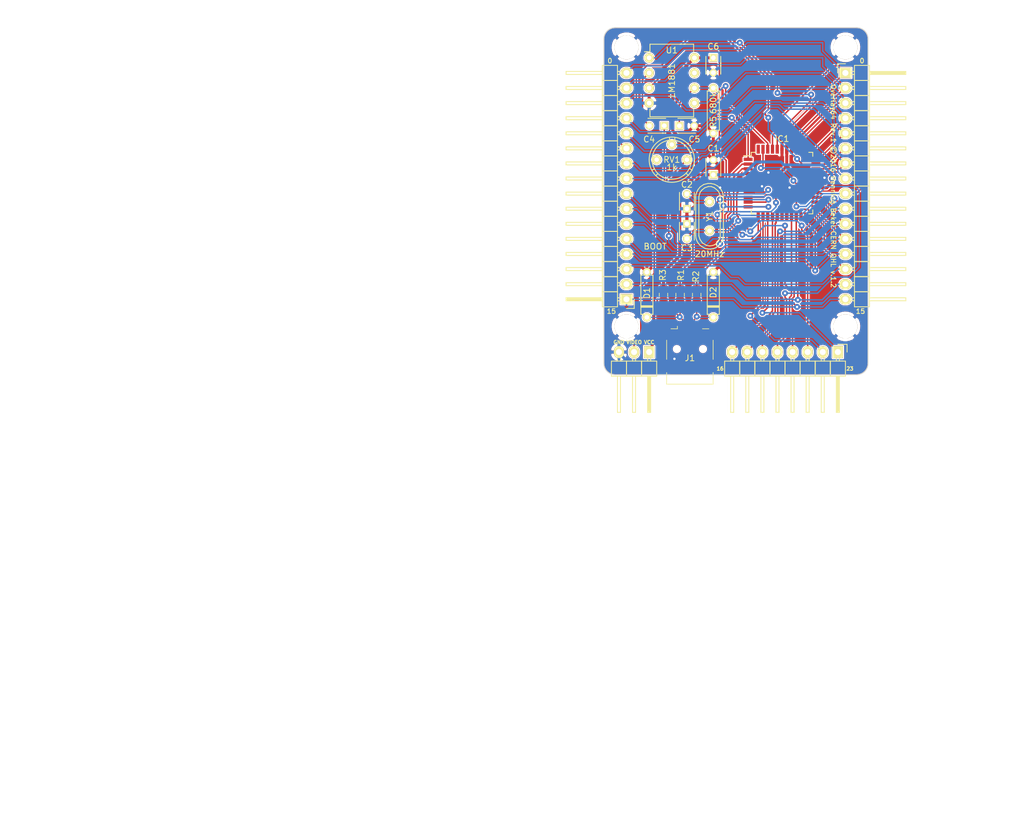
<source format=kicad_pcb>
(kicad_pcb (version 20171130) (host pcbnew "(5.1.4)-1")
  (title_block (title "Overlay64 -- Video overlay module") (date 2016-12-03) (rev 1) (company "Henning Bekel") (comment 1 http://www.henning-bekel.de/overlay64) (comment 2 "Licensed under CERN OHL v.1.2"))
  (layers (0 F.Cu signal) (31 B.Cu signal) (34 B.Paste user) (35 F.Paste user) (36 B.SilkS user) (37 F.SilkS user) (38 B.Mask user) (39 F.Mask user) (44 Edge.Cuts user))
  (net 0 "")
  (net 1 VCC)
  (net 2 GND)
  (net 3 "Net-(C2-Pad2)")
  (net 4 "Net-(C3-Pad2)")
  (net 5 /LUMA)
  (net 6 "Net-(C4-Pad2)")
  (net 7 "Net-(C5-Pad1)")
  (net 8 /D-)
  (net 9 /D+)
  (net 10 /~HSYNC)
  (net 11 /C0)
  (net 12 /~BURST)
  (net 13 /C1)
  (net 14 /MOSI)
  (net 15 /C2)
  (net 16 /C3)
  (net 17 /BOOT)
  (net 18 /~VSYNC)
  (net 19 /C4)
  (net 20 /C5)
  (net 21 /IN8)
  (net 22 /IN9)
  (net 23 /IN10)
  (net 24 /IN11)
  (net 25 /IN12)
  (net 26 /IN13)
  (net 27 /IN14)
  (net 28 /IN15)
  (net 29 /IN7)
  (net 30 /IN6)
  (net 31 /IN5)
  (net 32 /IN4)
  (net 33 /IN3)
  (net 34 /IN2)
  (net 35 /IN1)
  (net 36 /IN0)
  (net 37 "Net-(RV1-Pad1)")
  (net 38 "Net-(U1-Pad7)")
  (net 39 /C6)
  (net 40 /C7)
  (net 41 "Net-(IC1-Pad44)")
  (net 42 "Net-(IC1-Pad29)")
  (net 43 "Net-(IC1-Pad11)")
  (net 44 "Net-(IC1-Pad10)")
  (net 45 "Net-(IC1-Pad4)")
  (net 46 "Net-(J1-Pad4)")
  (net 47 "Net-(J1-Pad1)")
  (module Resistor_SMD:R_0805_2012Metric_Pad1.15x1.40mm_HandSolder (layer F.Cu) (at 125.603 105.918 90)
    (fp_text reference R3 (at 3.302 -0.127 90) (layer F.SilkS))
    (fp_text value 1k5)
    (pad 2 smd roundrect (at 1.025 0 90) (size 1.15 1.4) (layers F.Cu F.Paste F.Mask) (roundrect_rratio 0.217391) (net 1 VCC))
    (pad 1 smd roundrect (at -1.025 0 90) (size 1.15 1.4) (layers F.Cu F.Paste F.Mask) (roundrect_rratio 0.217391) (net 8 /D-))
  )
  (module Resistor_SMD:R_0805_2012Metric_Pad1.15x1.40mm_HandSolder (layer F.Cu) (at 131.191 105.918 90)
    (fp_text reference R2 (at 3.048 -0.127 90) (layer F.SilkS))
    (fp_text value 68)
    (pad 2 smd roundrect (at 1.025 0 90) (size 1.15 1.4) (layers F.Cu F.Paste F.Mask) (roundrect_rratio 0.217391) (net 43 "Net-(IC1-Pad11)"))
    (pad 1 smd roundrect (at -1.025 0 90) (size 1.15 1.4) (layers F.Cu F.Paste F.Mask) (roundrect_rratio 0.217391) (net 9 /D+))
  )
  (module Resistor_SMD:R_0805_2012Metric_Pad1.15x1.40mm_HandSolder (layer F.Cu) (at 128.397 105.918 90)
    (fp_text reference R1 (at 3.302 0.127 90) (layer F.SilkS))
    (fp_text value 68)
    (pad 2 smd roundrect (at 1.025 0 90) (size 1.15 1.4) (layers F.Cu F.Paste F.Mask) (roundrect_rratio 0.217391) (net 44 "Net-(IC1-Pad10)"))
    (pad 1 smd roundrect (at -1.025 0 90) (size 1.15 1.4) (layers F.Cu F.Paste F.Mask) (roundrect_rratio 0.217391) (net 8 /D-))
  )
  (module Connector_USB:USB_Mini-B_Lumberg_2486_01_Horizontal (layer F.Cu) (at 130.048 115.062)
    (fp_text reference J1 (at 0 1.524) (layer F.SilkS))
    (fp_text value USB_B_Mini)
    (pad "" np_thru_hole circle (at 2.2 0) (size 1 1) (drill 1) (layers *.Cu *.Mask))
    (pad "" np_thru_hole circle (at -2.2 0) (size 1 1) (drill 1) (layers *.Cu *.Mask))
    (pad 6 smd rect (at 4.45 2.85) (size 2 1.7) (layers F.Cu F.Paste F.Mask) (net 2 GND))
    (pad 6 smd rect (at 4.45 -2.6) (size 2 1.7) (layers F.Cu F.Paste F.Mask) (net 2 GND))
    (pad 6 smd rect (at -4.45 2.85) (size 2 1.7) (layers F.Cu F.Paste F.Mask) (net 2 GND))
    (pad 6 smd rect (at -4.45 -2.6) (size 2 1.7) (layers F.Cu F.Paste F.Mask) (net 2 GND))
    (pad 5 smd rect (at 1.6 -2.7) (size 0.5 2) (layers F.Cu F.Paste F.Mask) (net 2 GND))
    (pad 4 smd rect (at 0.8 -2.7) (size 0.5 2) (layers F.Cu F.Paste F.Mask) (net 46 "Net-(J1-Pad4)"))
    (pad 3 smd rect (at 0 -2.7) (size 0.5 2) (layers F.Cu F.Paste F.Mask) (net 9 /D+))
    (pad 2 smd rect (at -0.8 -2.7) (size 0.5 2) (layers F.Cu F.Paste F.Mask) (net 8 /D-))
    (pad 1 smd rect (at -1.6 -2.7) (size 0.5 2) (layers F.Cu F.Paste F.Mask) (net 47 "Net-(J1-Pad1)"))
  )
  (module Package_QFP:TQFP-44_10x10mm_P0.8mm (layer F.Cu) (at 145.542 87.122)
    (fp_text reference IC1 (at 0 -7.45) (layer F.SilkS))
    (fp_text value ATmega1284P-AU)
    (pad 44 smd rect (at -4 -5.7 90) (size 1.5 0.55) (layers F.Cu F.Paste F.Mask) (net 41 "Net-(IC1-Pad44)"))
    (pad 43 smd rect (at -3.2 -5.7 90) (size 1.5 0.55) (layers F.Cu F.Paste F.Mask) (net 16 /C3))
    (pad 42 smd rect (at -2.4 -5.7 90) (size 1.5 0.55) (layers F.Cu F.Paste F.Mask) (net 12 /~BURST))
    (pad 41 smd rect (at -1.6 -5.7 90) (size 1.5 0.55) (layers F.Cu F.Paste F.Mask) (net 15 /C2))
    (pad 40 smd rect (at -0.8 -5.7 90) (size 1.5 0.55) (layers F.Cu F.Paste F.Mask) (net 10 /~HSYNC))
    (pad 39 smd rect (at 0 -5.7 90) (size 1.5 0.55) (layers F.Cu F.Paste F.Mask) (net 2 GND))
    (pad 38 smd rect (at 0.8 -5.7 90) (size 1.5 0.55) (layers F.Cu F.Paste F.Mask) (net 1 VCC))
    (pad 37 smd rect (at 1.6 -5.7 90) (size 1.5 0.55) (layers F.Cu F.Paste F.Mask) (net 36 /IN0))
    (pad 36 smd rect (at 2.4 -5.7 90) (size 1.5 0.55) (layers F.Cu F.Paste F.Mask) (net 35 /IN1))
    (pad 35 smd rect (at 3.2 -5.7 90) (size 1.5 0.55) (layers F.Cu F.Paste F.Mask) (net 34 /IN2))
    (pad 34 smd rect (at 4 -5.7 90) (size 1.5 0.55) (layers F.Cu F.Paste F.Mask) (net 33 /IN3))
    (pad 33 smd rect (at 5.7 -4) (size 1.5 0.55) (layers F.Cu F.Paste F.Mask) (net 32 /IN4))
    (pad 32 smd rect (at 5.7 -3.2) (size 1.5 0.55) (layers F.Cu F.Paste F.Mask) (net 31 /IN5))
    (pad 31 smd rect (at 5.7 -2.4) (size 1.5 0.55) (layers F.Cu F.Paste F.Mask) (net 30 /IN6))
    (pad 30 smd rect (at 5.7 -1.6) (size 1.5 0.55) (layers F.Cu F.Paste F.Mask) (net 29 /IN7))
    (pad 29 smd rect (at 5.7 -0.8) (size 1.5 0.55) (layers F.Cu F.Paste F.Mask) (net 42 "Net-(IC1-Pad29)"))
    (pad 28 smd rect (at 5.7 0) (size 1.5 0.55) (layers F.Cu F.Paste F.Mask) (net 2 GND))
    (pad 27 smd rect (at 5.7 0.8) (size 1.5 0.55) (layers F.Cu F.Paste F.Mask) (net 1 VCC))
    (pad 26 smd rect (at 5.7 1.6) (size 1.5 0.55) (layers F.Cu F.Paste F.Mask) (net 21 /IN8))
    (pad 25 smd rect (at 5.7 2.4) (size 1.5 0.55) (layers F.Cu F.Paste F.Mask) (net 22 /IN9))
    (pad 24 smd rect (at 5.7 3.2) (size 1.5 0.55) (layers F.Cu F.Paste F.Mask) (net 23 /IN10))
    (pad 23 smd rect (at 5.7 4) (size 1.5 0.55) (layers F.Cu F.Paste F.Mask) (net 24 /IN11))
    (pad 22 smd rect (at 4 5.7 90) (size 1.5 0.55) (layers F.Cu F.Paste F.Mask) (net 25 /IN12))
    (pad 21 smd rect (at 3.2 5.7 90) (size 1.5 0.55) (layers F.Cu F.Paste F.Mask) (net 26 /IN13))
    (pad 20 smd rect (at 2.4 5.7 90) (size 1.5 0.55) (layers F.Cu F.Paste F.Mask) (net 27 /IN14))
    (pad 19 smd rect (at 1.6 5.7 90) (size 1.5 0.55) (layers F.Cu F.Paste F.Mask) (net 28 /IN15))
    (pad 18 smd rect (at 0.8 5.7 90) (size 1.5 0.55) (layers F.Cu F.Paste F.Mask) (net 2 GND))
    (pad 17 smd rect (at 0 5.7 90) (size 1.5 0.55) (layers F.Cu F.Paste F.Mask) (net 1 VCC))
    (pad 16 smd rect (at -0.8 5.7 90) (size 1.5 0.55) (layers F.Cu F.Paste F.Mask) (net 13 /C1))
    (pad 15 smd rect (at -1.6 5.7 90) (size 1.5 0.55) (layers F.Cu F.Paste F.Mask) (net 11 /C0))
    (pad 14 smd rect (at -2.4 5.7 90) (size 1.5 0.55) (layers F.Cu F.Paste F.Mask) (net 40 /C7))
    (pad 13 smd rect (at -3.2 5.7 90) (size 1.5 0.55) (layers F.Cu F.Paste F.Mask) (net 39 /C6))
    (pad 12 smd rect (at -4 5.7 90) (size 1.5 0.55) (layers F.Cu F.Paste F.Mask) (net 18 /~VSYNC))
    (pad 11 smd rect (at -5.7 4) (size 1.5 0.55) (layers F.Cu F.Paste F.Mask) (net 43 "Net-(IC1-Pad11)"))
    (pad 10 smd rect (at -5.7 3.2) (size 1.5 0.55) (layers F.Cu F.Paste F.Mask) (net 44 "Net-(IC1-Pad10)"))
    (pad 9 smd rect (at -5.7 2.4) (size 1.5 0.55) (layers F.Cu F.Paste F.Mask) (net 17 /BOOT))
    (pad 8 smd rect (at -5.7 1.6) (size 1.5 0.55) (layers F.Cu F.Paste F.Mask) (net 3 "Net-(C2-Pad2)"))
    (pad 7 smd rect (at -5.7 0.8) (size 1.5 0.55) (layers F.Cu F.Paste F.Mask) (net 4 "Net-(C3-Pad2)"))
    (pad 6 smd rect (at -5.7 0) (size 1.5 0.55) (layers F.Cu F.Paste F.Mask) (net 2 GND))
    (pad 5 smd rect (at -5.7 -0.8) (size 1.5 0.55) (layers F.Cu F.Paste F.Mask) (net 1 VCC))
    (pad 4 smd rect (at -5.7 -1.6) (size 1.5 0.55) (layers F.Cu F.Paste F.Mask) (net 45 "Net-(IC1-Pad4)"))
    (pad 3 smd rect (at -5.7 -2.4) (size 1.5 0.55) (layers F.Cu F.Paste F.Mask) (net 20 /C5))
    (pad 2 smd rect (at -5.7 -3.2) (size 1.5 0.55) (layers F.Cu F.Paste F.Mask) (net 19 /C4))
    (pad 1 smd rect (at -5.7 -4) (size 1.5 0.55) (layers F.Cu F.Paste F.Mask) (net 14 /MOSI))
  )
  (module Capacitors_ThroughHole:C_Disc_D3_P2.5 (layer F.Cu) (at 133.985 85.725 90)
    (fp_text reference C1 (at 4.445 0 180) (layer F.SilkS))
    (fp_text value 100nF)
    (pad 1 thru_hole rect (at 0 0 90) (size 1.3 1.3) (drill 0.8) (layers *.Cu *.Mask F.SilkS) (net 1 VCC))
    (pad 2 thru_hole circle (at 2.5 0 90) (size 1.3 1.3) (drill 0.8001) (layers *.Cu *.Mask F.SilkS) (net 2 GND))
  )
  (module Capacitors_ThroughHole:C_Disc_D3_P2.5 (layer F.Cu) (at 129.54 91.44 90)
    (fp_text reference C2 (at 4.064 0) (layer F.SilkS))
    (fp_text value 18pF)
    (pad 1 thru_hole rect (at 0 0 90) (size 1.3 1.3) (drill 0.8) (layers *.Cu *.Mask F.SilkS) (net 2 GND))
    (pad 2 thru_hole circle (at 2.5 0 90) (size 1.3 1.3) (drill 0.8001) (layers *.Cu *.Mask F.SilkS) (net 3 "Net-(C2-Pad2)"))
  )
  (module Capacitors_ThroughHole:C_Disc_D3_P2.5 (layer F.Cu) (at 129.54 93.98 270)
    (fp_text reference C3 (at 4.064 0 180) (layer F.SilkS))
    (fp_text value 18pF)
    (pad 1 thru_hole rect (at 0 0 270) (size 1.3 1.3) (drill 0.8) (layers *.Cu *.Mask F.SilkS) (net 2 GND))
    (pad 2 thru_hole circle (at 2.5 0 270) (size 1.3 1.3) (drill 0.8001) (layers *.Cu *.Mask F.SilkS) (net 4 "Net-(C3-Pad2)"))
  )
  (module Capacitors_ThroughHole:C_Disc_D3_P2.5 (layer F.Cu) (at 125.73 77.47 180)
    (fp_text reference C4 (at 2.54 -2.286 180) (layer F.SilkS))
    (fp_text value 100nF)
    (pad 1 thru_hole rect (at 0 0 180) (size 1.3 1.3) (drill 0.8) (layers *.Cu *.Mask F.SilkS) (net 5 /LUMA))
    (pad 2 thru_hole circle (at 2.5 0 180) (size 1.3 1.3) (drill 0.8001) (layers *.Cu *.Mask F.SilkS) (net 6 "Net-(C4-Pad2)"))
  )
  (module Capacitors_ThroughHole:C_Disc_D3_P2.5 (layer F.Cu) (at 128.27 77.47)
    (fp_text reference C5 (at 2.54 2.286) (layer F.SilkS))
    (fp_text value 100nF)
    (pad 1 thru_hole rect (at 0 0) (size 1.3 1.3) (drill 0.8) (layers *.Cu *.Mask F.SilkS) (net 7 "Net-(C5-Pad1)"))
    (pad 2 thru_hole circle (at 2.5 0) (size 1.3 1.3) (drill 0.8001) (layers *.Cu *.Mask F.SilkS) (net 2 GND))
  )
  (module Capacitors_ThroughHole:C_Disc_D3_P2.5 (layer F.Cu) (at 133.985 66.04 270)
    (fp_text reference C6 (at -1.905 0) (layer F.SilkS))
    (fp_text value 100nF)
    (pad 1 thru_hole rect (at 0 0 270) (size 1.3 1.3) (drill 0.8) (layers *.Cu *.Mask F.SilkS) (net 1 VCC))
    (pad 2 thru_hole circle (at 2.5 0 270) (size 1.3 1.3) (drill 0.8001) (layers *.Cu *.Mask F.SilkS) (net 2 GND))
  )
  (module Pin_Headers:Pin_Header_Angled_1x16 (layer F.Cu) (at 119.38 106.68 180)
    (fp_text reference P2 (at 0 -5.1 180) (layer F.SilkS))
    (fp_text value INPUT)
    (pad 1 thru_hole rect (at 0 0 180) (size 2.032 1.7272) (drill 1.016) (layers *.Cu *.Mask F.SilkS) (net 28 /IN15))
    (pad 2 thru_hole oval (at 0 2.54 180) (size 2.032 1.7272) (drill 1.016) (layers *.Cu *.Mask F.SilkS) (net 27 /IN14))
    (pad 3 thru_hole oval (at 0 5.08 180) (size 2.032 1.7272) (drill 1.016) (layers *.Cu *.Mask F.SilkS) (net 26 /IN13))
    (pad 4 thru_hole oval (at 0 7.62 180) (size 2.032 1.7272) (drill 1.016) (layers *.Cu *.Mask F.SilkS) (net 25 /IN12))
    (pad 5 thru_hole oval (at 0 10.16 180) (size 2.032 1.7272) (drill 1.016) (layers *.Cu *.Mask F.SilkS) (net 24 /IN11))
    (pad 6 thru_hole oval (at 0 12.7 180) (size 2.032 1.7272) (drill 1.016) (layers *.Cu *.Mask F.SilkS) (net 23 /IN10))
    (pad 7 thru_hole oval (at 0 15.24 180) (size 2.032 1.7272) (drill 1.016) (layers *.Cu *.Mask F.SilkS) (net 22 /IN9))
    (pad 8 thru_hole oval (at 0 17.78 180) (size 2.032 1.7272) (drill 1.016) (layers *.Cu *.Mask F.SilkS) (net 21 /IN8))
    (pad 9 thru_hole oval (at 0 20.32 180) (size 2.032 1.7272) (drill 1.016) (layers *.Cu *.Mask F.SilkS) (net 29 /IN7))
    (pad 10 thru_hole oval (at 0 22.86 180) (size 2.032 1.7272) (drill 1.016) (layers *.Cu *.Mask F.SilkS) (net 30 /IN6))
    (pad 11 thru_hole oval (at 0 25.4 180) (size 2.032 1.7272) (drill 1.016) (layers *.Cu *.Mask F.SilkS) (net 31 /IN5))
    (pad 12 thru_hole oval (at 0 27.94 180) (size 2.032 1.7272) (drill 1.016) (layers *.Cu *.Mask F.SilkS) (net 32 /IN4))
    (pad 13 thru_hole oval (at 0 30.48 180) (size 2.032 1.7272) (drill 1.016) (layers *.Cu *.Mask F.SilkS) (net 33 /IN3))
    (pad 14 thru_hole oval (at 0 33.02 180) (size 2.032 1.7272) (drill 1.016) (layers *.Cu *.Mask F.SilkS) (net 34 /IN2))
    (pad 15 thru_hole oval (at 0 35.56 180) (size 2.032 1.7272) (drill 1.016) (layers *.Cu *.Mask F.SilkS) (net 35 /IN1))
    (pad 16 thru_hole oval (at 0 38.1 180) (size 2.032 1.7272) (drill 1.016) (layers *.Cu *.Mask F.SilkS) (net 36 /IN0))
  )
  (module Pin_Headers:Pin_Header_Angled_1x08 (layer F.Cu) (at 154.94 115.57 270)
    (fp_text reference P3)
    (fp_text value CONTROL)
    (pad 1 thru_hole rect (at 0 0 270) (size 2.032 1.7272) (drill 1.016) (layers *.Cu *.Mask F.SilkS) (net 40 /C7))
    (pad 2 thru_hole oval (at 0 2.54 270) (size 2.032 1.7272) (drill 1.016) (layers *.Cu *.Mask F.SilkS) (net 39 /C6))
    (pad 3 thru_hole oval (at 0 5.08 270) (size 2.032 1.7272) (drill 1.016) (layers *.Cu *.Mask F.SilkS) (net 20 /C5))
    (pad 4 thru_hole oval (at 0 7.62 270) (size 2.032 1.7272) (drill 1.016) (layers *.Cu *.Mask F.SilkS) (net 19 /C4))
    (pad 5 thru_hole oval (at 0 10.16 270) (size 2.032 1.7272) (drill 1.016) (layers *.Cu *.Mask F.SilkS) (net 16 /C3))
    (pad 6 thru_hole oval (at 0 12.7 270) (size 2.032 1.7272) (drill 1.016) (layers *.Cu *.Mask F.SilkS) (net 15 /C2))
    (pad 7 thru_hole oval (at 0 15.24 270) (size 2.032 1.7272) (drill 1.016) (layers *.Cu *.Mask F.SilkS) (net 13 /C1))
    (pad 8 thru_hole oval (at 0 17.78 270) (size 2.032 1.7272) (drill 1.016) (layers *.Cu *.Mask F.SilkS) (net 11 /C0))
  )
  (module Mounting_Holes:MountingHole_4mm (layer F.Cu) (at 119.38 64.262)
    (fp_text reference P5)
    (fp_text value HOLE)
    (pad 1 thru_hole circle (at 0 0) (size 4 4) (drill 4) (layers *.Cu *.Mask F.SilkS) (net 2 GND))
  )
  (module Mounting_Holes:MountingHole_4mm (layer F.Cu) (at 156.21 64.262)
    (fp_text reference P6)
    (fp_text value HOLE)
    (pad 1 thru_hole circle (at 0 0) (size 4 4) (drill 4) (layers *.Cu *.Mask F.SilkS) (net 2 GND))
  )
  (module Mounting_Holes:MountingHole_4mm (layer F.Cu) (at 156.21 111.252)
    (fp_text reference P7)
    (fp_text value HOLE)
    (pad 1 thru_hole circle (at 0 0) (size 4 4) (drill 4) (layers *.Cu *.Mask F.SilkS) (net 2 GND))
  )
  (module Mounting_Holes:MountingHole_4mm (layer F.Cu) (at 119.38 111.252)
    (fp_text reference P8)
    (fp_text value HOLE)
    (pad 1 thru_hole circle (at 0 0) (size 4 4) (drill 4) (layers *.Cu *.Mask F.SilkS) (net 2 GND))
  )
  (module Pin_Headers:Pin_Header_Angled_1x16 (layer F.Cu) (at 156.21 68.58)
    (fp_text reference P9)
    (fp_text value BYPASS)
    (pad 1 thru_hole rect (at 0 0) (size 2.032 1.7272) (drill 1.016) (layers *.Cu *.Mask F.SilkS) (net 36 /IN0))
    (pad 2 thru_hole oval (at 0 2.54) (size 2.032 1.7272) (drill 1.016) (layers *.Cu *.Mask F.SilkS) (net 35 /IN1))
    (pad 3 thru_hole oval (at 0 5.08) (size 2.032 1.7272) (drill 1.016) (layers *.Cu *.Mask F.SilkS) (net 34 /IN2))
    (pad 4 thru_hole oval (at 0 7.62) (size 2.032 1.7272) (drill 1.016) (layers *.Cu *.Mask F.SilkS) (net 33 /IN3))
    (pad 5 thru_hole oval (at 0 10.16) (size 2.032 1.7272) (drill 1.016) (layers *.Cu *.Mask F.SilkS) (net 32 /IN4))
    (pad 6 thru_hole oval (at 0 12.7) (size 2.032 1.7272) (drill 1.016) (layers *.Cu *.Mask F.SilkS) (net 31 /IN5))
    (pad 7 thru_hole oval (at 0 15.24) (size 2.032 1.7272) (drill 1.016) (layers *.Cu *.Mask F.SilkS) (net 30 /IN6))
    (pad 8 thru_hole oval (at 0 17.78) (size 2.032 1.7272) (drill 1.016) (layers *.Cu *.Mask F.SilkS) (net 29 /IN7))
    (pad 9 thru_hole oval (at 0 20.32) (size 2.032 1.7272) (drill 1.016) (layers *.Cu *.Mask F.SilkS) (net 21 /IN8))
    (pad 10 thru_hole oval (at 0 22.86) (size 2.032 1.7272) (drill 1.016) (layers *.Cu *.Mask F.SilkS) (net 22 /IN9))
    (pad 11 thru_hole oval (at 0 25.4) (size 2.032 1.7272) (drill 1.016) (layers *.Cu *.Mask F.SilkS) (net 23 /IN10))
    (pad 12 thru_hole oval (at 0 27.94) (size 2.032 1.7272) (drill 1.016) (layers *.Cu *.Mask F.SilkS) (net 24 /IN11))
    (pad 13 thru_hole oval (at 0 30.48) (size 2.032 1.7272) (drill 1.016) (layers *.Cu *.Mask F.SilkS) (net 25 /IN12))
    (pad 14 thru_hole oval (at 0 33.02) (size 2.032 1.7272) (drill 1.016) (layers *.Cu *.Mask F.SilkS) (net 26 /IN13))
    (pad 15 thru_hole oval (at 0 35.56) (size 2.032 1.7272) (drill 1.016) (layers *.Cu *.Mask F.SilkS) (net 27 /IN14))
    (pad 16 thru_hole oval (at 0 38.1) (size 2.032 1.7272) (drill 1.016) (layers *.Cu *.Mask F.SilkS) (net 28 /IN15))
  )
  (module Potentiometers:Potentiometer_Bourns_3339P_Angular_ScrewUp (layer F.Cu) (at 124.46 83.185)
    (fp_text reference RV1 (at 2.54 0) (layer F.SilkS))
    (fp_text value 1k (at 2.54 1.27) (layer F.SilkS))
    (pad 2 thru_hole circle (at 2.54 -2.54) (size 1.524 1.524) (drill 0.762) (layers *.Cu *.Mask F.SilkS) (net 14 /MOSI))
    (pad 1 thru_hole circle (at 0 0) (size 1.524 1.524) (drill 0.762) (layers *.Cu *.Mask F.SilkS) (net 37 "Net-(RV1-Pad1)"))
    (pad 3 thru_hole circle (at 5.08 0) (size 1.524 1.524) (drill 0.762) (layers *.Cu *.Mask F.SilkS) (net 5 /LUMA))
  )
  (module Housings_DIP:DIP-8_W7.62mm (layer F.Cu) (at 123.19 66.04)
    (fp_text reference U1 (at 3.81 -1.27) (layer F.SilkS))
    (fp_text value LM1881 (at 3.81 3.81 90) (layer F.SilkS))
    (pad 1 thru_hole oval (at 0 0) (size 1.6 1.6) (drill 0.8) (layers *.Cu *.Mask F.SilkS) (net 10 /~HSYNC))
    (pad 2 thru_hole oval (at 0 2.54) (size 1.6 1.6) (drill 0.8) (layers *.Cu *.Mask F.SilkS) (net 6 "Net-(C4-Pad2)"))
    (pad 3 thru_hole oval (at 0 5.08) (size 1.6 1.6) (drill 0.8) (layers *.Cu *.Mask F.SilkS) (net 18 /~VSYNC))
    (pad 4 thru_hole oval (at 0 7.62) (size 1.6 1.6) (drill 0.8) (layers *.Cu *.Mask F.SilkS) (net 2 GND))
    (pad 5 thru_hole oval (at 7.62 7.62) (size 1.6 1.6) (drill 0.8) (layers *.Cu *.Mask F.SilkS) (net 12 /~BURST))
    (pad 6 thru_hole oval (at 7.62 5.08) (size 1.6 1.6) (drill 0.8) (layers *.Cu *.Mask F.SilkS) (net 7 "Net-(C5-Pad1)"))
    (pad 7 thru_hole oval (at 7.62 2.54) (size 1.6 1.6) (drill 0.8) (layers *.Cu *.Mask F.SilkS) (net 38 "Net-(U1-Pad7)"))
    (pad 8 thru_hole oval (at 7.62 0) (size 1.6 1.6) (drill 0.8) (layers *.Cu *.Mask F.SilkS) (net 1 VCC))
  )
  (module Crystals:Crystal_HC49-U_Vertical (layer F.Cu) (at 133.35 92.71 270)
    (fp_text reference Y1 (at 0 0 270) (layer F.SilkS))
    (fp_text value 20MHz (at 6.35 0) (layer F.SilkS))
    (pad 1 thru_hole circle (at -2.44094 0 270) (size 1.50114 1.50114) (drill 0.8001) (layers *.Cu *.Mask F.SilkS) (net 3 "Net-(C2-Pad2)"))
    (pad 2 thru_hole circle (at 2.44094 0 270) (size 1.50114 1.50114) (drill 0.8001) (layers *.Cu *.Mask F.SilkS) (net 4 "Net-(C3-Pad2)"))
  )
  (module custom:D3 (layer F.Cu) (at 122.809 105.918 90)
    (fp_text reference D1 (at 0.254 0 90) (layer F.SilkS))
    (fp_text value 3.6V)
    (pad 1 thru_hole circle (at -3.81 0 90) (size 1.397 1.397) (drill 0.8128) (layers *.Cu *.Mask F.SilkS) (net 8 /D-))
    (pad 2 thru_hole circle (at 3.81 0 90) (size 1.397 1.397) (drill 0.8128) (layers *.Cu *.Mask F.SilkS) (net 2 GND))
  )
  (module custom:D3 (layer F.Cu) (at 133.985 105.918 90)
    (fp_text reference D2 (at 0.381 0 90) (layer F.SilkS))
    (fp_text value 3.6V)
    (pad 1 thru_hole circle (at -3.81 0 90) (size 1.397 1.397) (drill 0.8128) (layers *.Cu *.Mask F.SilkS) (net 9 /D+))
    (pad 2 thru_hole circle (at 3.81 0 90) (size 1.397 1.397) (drill 0.8128) (layers *.Cu *.Mask F.SilkS) (net 2 GND))
  )
  (module Discret:R3 (layer F.Cu) (at 133.985 74.93 270)
    (fp_text reference R5 (at 1.905 0 270) (layer F.SilkS))
    (fp_text value 680k (at -1.27 0 270) (layer F.SilkS))
    (pad 1 thru_hole circle (at -3.81 0 270) (size 1.397 1.397) (drill 0.8128) (layers *.Cu *.Mask F.SilkS) (net 7 "Net-(C5-Pad1)"))
    (pad 2 thru_hole circle (at 3.81 0 270) (size 1.397 1.397) (drill 0.8128) (layers *.Cu *.Mask F.SilkS) (net 2 GND))
  )
  (module custom:Pin_Header_Angled_1x03 (layer F.Cu) (at 123.19 115.57 270)
    (fp_text reference P4)
    (fp_text value MAIN)
    (pad 1 thru_hole rect (at 0 0 270) (size 2.032 1.7272) (drill 1.016) (layers *.Cu *.Mask F.SilkS) (net 1 VCC))
    (pad 2 thru_hole oval (at 0 2.54 270) (size 2.032 1.7272) (drill 1.016) (layers *.Cu *.Mask F.SilkS) (net 5 /LUMA))
    (pad 3 thru_hole oval (at 0 5.08 270) (size 2.032 1.7272) (drill 1.016) (layers *.Cu *.Mask F.SilkS) (net 2 GND))
  )
  (gr_text "Overlay64 Rev.1 ©2016 Henning Bekel CERN OHL v.1.2" (at 154.178 87.63 270) (layer F.SilkS) (effects (font (size 0.8 0.8))))
  (gr_text 16 (at 135.128 118.364) (layer F.SilkS) (effects (font (size 0.6 0.6))))
  (gr_text 23 (at 156.972 118.364) (layer F.SilkS) (effects (font (size 0.6 0.6))))
  (gr_text 0 (at 159.004 66.548) (layer F.SilkS) (effects (font (size 0.8 0.8))))
  (gr_text 15 (at 158.75 108.712) (layer F.SilkS) (effects (font (size 0.8 0.8))))
  (gr_text 15 (at 116.84 108.712) (layer F.SilkS) (effects (font (size 0.8 0.8))))
  (gr_text 0 (at 116.586 66.548) (layer F.SilkS) (effects (font (size 0.8 0.8))))
  (gr_text VIDEO (at 120.65 113.919) (layer F.SilkS) (effects (font (size 0.6 0.6))))
  (gr_text VCC (at 123.19 113.919) (layer F.SilkS) (effects (font (size 0.6 0.6))))
  (gr_text GND (at 118.11 113.919) (layer F.SilkS) (effects (font (size 0.6 0.6))))
  (gr_text BOOT (at 124.206 97.79) (layer F.SilkS) (effects (font (size 1 1))))
  (gr_line (start 115.57 117.475) (end 115.57 62.865) (angle 90) (layer Edge.Cuts) (width 0.15))
  (gr_line (start 158.115 119.38) (end 117.475 119.38) (angle 90) (layer Edge.Cuts) (width 0.15))
  (gr_line (start 160.02 62.865) (end 160.02 117.475) (angle 90) (layer Edge.Cuts) (width 0.15))
  (gr_line (start 117.475 60.96) (end 158.115 60.96) (angle 90) (layer Edge.Cuts) (width 0.15))
  (gr_arc (start 158.115 62.865) (end 158.115 60.96) (angle 90) (layer Edge.Cuts) (width 0.15))
  (gr_arc (start 117.475 62.865) (end 115.57 62.865) (angle 90) (layer Edge.Cuts) (width 0.15))
  (gr_arc (start 117.475 117.475) (end 117.475 119.38) (angle 90) (layer Edge.Cuts) (width 0.15))
  (gr_arc (start 158.115 117.475) (end 160.02 117.475) (angle 90) (layer Edge.Cuts) (width 0.15))
  (segment (start 127.1696 71.755) (end 127.1696 69.6804) (width 0.5) (layer F.Cu) (net 1))
  (segment (start 127.1696 69.6804) (end 130.81 66.04) (width 0.5) (layer F.Cu) (net 1))
  (segment (start 133.985 66.04) (end 132.0603 66.04) (width 0.5) (layer F.Cu) (net 1))
  (segment (start 131.2601 66.04) (end 132.0603 66.04) (width 0.5) (layer F.Cu) (net 1))
  (segment (start 131.2601 66.04) (end 130.81 66.04) (width 0.5) (layer F.Cu) (net 1))
  (segment (start 131.1497 82.3328) (end 131.1497 85.725) (width 0.5) (layer F.Cu) (net 1))
  (segment (start 127.1696 78.3527) (end 131.1497 82.3328) (width 0.5) (layer F.Cu) (net 1))
  (segment (start 127.1696 71.755) (end 127.1696 78.3527) (width 0.5) (layer F.Cu) (net 1))
  (segment (start 131.1497 85.725) (end 133.985 85.725) (width 0.5) (layer F.Cu) (net 1))
  (segment (start 146.342 82.672) (end 146.342 81.422) (width 0.5) (layer F.Cu) (net 1))
  (segment (start 146.342 84.272) (end 146.342 82.672) (width 0.5) (layer F.Cu) (net 1))
  (segment (start 149.992 87.922) (end 146.342 84.272) (width 0.5) (layer F.Cu) (net 1))
  (segment (start 151.242 87.922) (end 149.992 87.922) (width 0.5) (layer F.Cu) (net 1))
  (segment (start 144.292 86.322) (end 146.342 84.272) (width 0.5) (layer F.Cu) (net 1))
  (segment (start 142.799998 86.548002) (end 144.065998 86.548002) (width 0.5) (layer F.Cu) (net 1))
  (segment (start 144.065998 86.548002) (end 144.292 86.322) (width 0.5) (layer F.Cu) (net 1))
  (segment (start 139.842 86.322) (end 142.573996 86.322) (width 0.5) (layer F.Cu) (net 1))
  (segment (start 142.573996 86.322) (end 142.799998 86.548002) (width 0.5) (layer F.Cu) (net 1))
  (via (at 153.924003 86.359997) (size 1) (drill 0.4) (layers F.Cu B.Cu) (net 1))
  (segment (start 153.069106 87.922) (end 153.924003 87.067103) (width 0.5) (layer F.Cu) (net 1))
  (segment (start 151.242 87.922) (end 153.069106 87.922) (width 0.5) (layer F.Cu) (net 1))
  (segment (start 153.924003 87.067103) (end 153.924003 86.359997) (width 0.5) (layer F.Cu) (net 1))
  (segment (start 145.542 91.322004) (end 145.984002 90.880002) (width 0.5) (layer F.Cu) (net 1))
  (segment (start 145.984002 90.880002) (end 145.984002 89.967998) (width 0.5) (layer F.Cu) (net 1))
  (segment (start 145.984002 89.967998) (end 144.292 88.275996) (width 0.5) (layer F.Cu) (net 1))
  (segment (start 144.292 88.275996) (end 144.292 86.322) (width 0.5) (layer F.Cu) (net 1))
  (segment (start 145.542 92.822) (end 145.542 91.322004) (width 0.5) (layer F.Cu) (net 1))
  (segment (start 153.924003 85.652891) (end 153.924003 86.359997) (width 0.5) (layer B.Cu) (net 1))
  (segment (start 138.997016 85.725) (end 141.156016 83.566) (width 0.5) (layer B.Cu) (net 1))
  (segment (start 133.985 85.725) (end 138.997016 85.725) (width 0.5) (layer B.Cu) (net 1))
  (segment (start 145.355984 83.566) (end 145.863984 84.074) (width 0.5) (layer B.Cu) (net 1))
  (segment (start 141.156016 83.566) (end 145.355984 83.566) (width 0.5) (layer B.Cu) (net 1))
  (segment (start 145.863984 84.074) (end 152.345112 84.074) (width 0.5) (layer B.Cu) (net 1))
  (segment (start 152.345112 84.074) (end 153.924003 85.652891) (width 0.5) (layer B.Cu) (net 1))
  (segment (start 124.979628 105.516372) (end 125.603 104.893) (width 0.5) (layer F.Cu) (net 1))
  (segment (start 123.957501 106.538499) (end 124.979628 105.516372) (width 0.5) (layer F.Cu) (net 1))
  (segment (start 123.957501 111.246499) (end 123.957501 106.538499) (width 0.5) (layer F.Cu) (net 1))
  (segment (start 123.698 111.506) (end 123.957501 111.246499) (width 0.5) (layer F.Cu) (net 1))
  (segment (start 123.698 115.062) (end 123.698 111.506) (width 0.5) (layer F.Cu) (net 1))
  (segment (start 123.19 115.57) (end 123.698 115.062) (width 0.5) (layer F.Cu) (net 1))
  (segment (start 128.3379 88.5368) (end 131.1497 85.725) (width 0.5) (layer F.Cu) (net 1))
  (segment (start 128.3379 99.3731) (end 128.3379 88.5368) (width 0.5) (layer F.Cu) (net 1))
  (segment (start 125.603 104.893) (end 125.603 102.108) (width 0.5) (layer F.Cu) (net 1))
  (segment (start 125.603 102.108) (end 128.3379 99.3731) (width 0.5) (layer F.Cu) (net 1))
  (segment (start 132.827 103.266) (end 133.985 102.108) (width 0.5) (layer B.Cu) (net 2))
  (segment (start 123.967 103.266) (end 132.827 103.266) (width 0.5) (layer B.Cu) (net 2))
  (segment (start 122.809 102.108) (end 123.967 103.266) (width 0.5) (layer B.Cu) (net 2))
  (segment (start 123.92 91.44) (end 129.54 91.44) (width 0.5) (layer B.Cu) (net 2))
  (segment (start 121.992 89.512) (end 123.92 91.44) (width 0.5) (layer B.Cu) (net 2))
  (segment (start 133.985 83.225) (end 133.985 78.74) (width 0.5) (layer F.Cu) (net 2))
  (segment (start 122.809 96.829) (end 121.992 96.012) (width 0.5) (layer F.Cu) (net 2))
  (segment (start 122.809 102.108) (end 122.809 96.829) (width 0.5) (layer F.Cu) (net 2))
  (segment (start 132.715 69.81) (end 133.985 68.54) (width 0.5) (layer F.Cu) (net 2))
  (segment (start 132.715 77.47) (end 132.715 69.81) (width 0.5) (layer F.Cu) (net 2))
  (segment (start 130.77 77.47) (end 132.715 77.47) (width 0.5) (layer F.Cu) (net 2))
  (segment (start 132.715 77.47) (end 133.985 78.74) (width 0.5) (layer F.Cu) (net 2))
  (segment (start 121.992 96.012) (end 121.992 89.512) (width 0.5) (layer F.Cu) (net 2))
  (segment (start 126.96 73.66) (end 130.77 77.47) (width 0.5) (layer B.Cu) (net 2))
  (segment (start 123.19 73.66) (end 126.96 73.66) (width 0.5) (layer B.Cu) (net 2))
  (segment (start 132.523 110.8769) (end 131.8004 111.5995) (width 0.5) (layer F.Cu) (net 2))
  (segment (start 132.523 103.57) (end 132.523 110.8769) (width 0.5) (layer F.Cu) (net 2))
  (segment (start 133.985 102.108) (end 132.523 103.57) (width 0.5) (layer F.Cu) (net 2))
  (segment (start 129.54 91.44) (end 129.54 93.98) (width 0.5) (layer F.Cu) (net 2))
  (segment (start 129.54 91.44) (end 130.6403 91.44) (width 0.5) (layer F.Cu) (net 2))
  (segment (start 130.6403 91.2378) (end 135.1866 86.6915) (width 0.5) (layer F.Cu) (net 2))
  (segment (start 130.6403 91.44) (end 130.6403 91.2378) (width 0.5) (layer F.Cu) (net 2))
  (segment (start 135.0854 86.5904) (end 135.1866 86.6915) (width 0.5) (layer F.Cu) (net 2))
  (segment (start 135.0854 84.3254) (end 135.0854 86.5904) (width 0.5) (layer F.Cu) (net 2))
  (segment (start 133.985 83.225) (end 135.0854 84.3254) (width 0.5) (layer F.Cu) (net 2))
  (via (at 146.812 87.884) (size 1) (drill 0.4) (layers F.Cu B.Cu) (net 2))
  (segment (start 146.820001 87.930893) (end 146.812 87.922892) (width 0.5) (layer B.Cu) (net 2))
  (segment (start 146.812 87.922892) (end 146.812 87.884) (width 0.5) (layer B.Cu) (net 2))
  (segment (start 146.820001 88.146001) (end 146.820001 87.930893) (width 0.5) (layer B.Cu) (net 2))
  (segment (start 145.542 81.422) (end 145.542 83.058002) (width 0.5) (layer F.Cu) (net 2))
  (via (at 143.256 85.344002) (size 1) (drill 0.4) (layers F.Cu B.Cu) (net 2))
  (segment (start 145.542 83.058002) (end 143.755999 84.844003) (width 0.5) (layer F.Cu) (net 2))
  (segment (start 143.755999 84.844003) (end 143.256 85.344002) (width 0.5) (layer F.Cu) (net 2))
  (segment (start 143.963106 85.344002) (end 143.256 85.344002) (width 0.5) (layer B.Cu) (net 2))
  (segment (start 146.820001 88.146001) (end 144.018002 85.344002) (width 0.5) (layer B.Cu) (net 2))
  (segment (start 144.018002 85.344002) (end 143.963106 85.344002) (width 0.5) (layer B.Cu) (net 2))
  (segment (start 152.492 87.122) (end 152.692012 86.921988) (width 0.5) (layer F.Cu) (net 2))
  (segment (start 152.692012 86.921988) (end 152.692012 86.225966) (width 0.5) (layer F.Cu) (net 2))
  (via (at 152.692012 86.225966) (size 1) (drill 0.4) (layers F.Cu B.Cu) (net 2))
  (segment (start 152.192013 86.725965) (end 152.692012 86.225966) (width 0.5) (layer B.Cu) (net 2))
  (segment (start 151.242 87.122) (end 152.492 87.122) (width 0.5) (layer F.Cu) (net 2))
  (segment (start 146.812 87.884) (end 151.033978 87.884) (width 0.5) (layer B.Cu) (net 2))
  (segment (start 151.033978 87.884) (end 152.192013 86.725965) (width 0.5) (layer B.Cu) (net 2))
  (segment (start 146.812 88.591106) (end 146.812 87.884) (width 0.5) (layer F.Cu) (net 2))
  (segment (start 146.342 91.511969) (end 146.812 91.041969) (width 0.5) (layer F.Cu) (net 2))
  (segment (start 146.812 91.041969) (end 146.812 88.591106) (width 0.5) (layer F.Cu) (net 2))
  (segment (start 146.342 92.822) (end 146.342 91.511969) (width 0.5) (layer F.Cu) (net 2))
  (segment (start 142.672805 87.161688) (end 142.172806 87.661687) (width 0.5) (layer B.Cu) (net 2))
  (segment (start 139.842 87.122) (end 141.633119 87.122) (width 0.5) (layer F.Cu) (net 2))
  (segment (start 145.835688 87.161688) (end 142.672805 87.161688) (width 0.5) (layer B.Cu) (net 2))
  (segment (start 141.633119 87.122) (end 141.672807 87.161688) (width 0.5) (layer F.Cu) (net 2))
  (segment (start 141.672807 87.161688) (end 142.172806 87.661687) (width 0.5) (layer F.Cu) (net 2))
  (via (at 142.172806 87.661687) (size 1) (drill 0.4) (layers F.Cu B.Cu) (net 2))
  (segment (start 146.820001 88.146001) (end 145.835688 87.161688) (width 0.5) (layer B.Cu) (net 2))
  (segment (start 135.128 87.176904) (end 135.128 87.88401) (width 0.5) (layer F.Cu) (net 2))
  (via (at 135.128 87.88401) (size 1) (drill 0.4) (layers F.Cu B.Cu) (net 2))
  (segment (start 135.350323 87.661687) (end 135.128 87.88401) (width 0.5) (layer B.Cu) (net 2))
  (segment (start 142.172806 87.661687) (end 135.350323 87.661687) (width 0.5) (layer B.Cu) (net 2))
  (segment (start 135.0854 86.5904) (end 135.128 86.633) (width 0.5) (layer F.Cu) (net 2))
  (segment (start 135.128 86.633) (end 135.128 87.176904) (width 0.5) (layer F.Cu) (net 2))
  (segment (start 134.498 116.054) (end 134.498 111.954) (width 0.5) (layer F.Cu) (net 2))
  (segment (start 134.498 117.404) (end 134.498 116.054) (width 0.5) (layer F.Cu) (net 2))
  (segment (start 134.498 114.2796) (end 134.498 117.912) (width 0.5) (layer F.Cu) (net 2))
  (segment (start 131.8004 111.5995) (end 131.8179 111.5995) (width 0.5) (layer F.Cu) (net 2))
  (segment (start 131.8179 111.5995) (end 134.498 114.2796) (width 0.5) (layer F.Cu) (net 2))
  (segment (start 118.11 115.7224) (end 119.4736 117.086) (width 0.5) (layer B.Cu) (net 2))
  (segment (start 125.598 111.954) (end 125.598 114.866086) (width 0.5) (layer F.Cu) (net 2))
  (segment (start 118.11 115.57) (end 118.11 115.7224) (width 0.5) (layer B.Cu) (net 2))
  (segment (start 128.492628 116.711972) (end 128.150992 116.711972) (width 0.5) (layer F.Cu) (net 2))
  (via (at 127.443886 116.711972) (size 1) (drill 0.4) (layers F.Cu B.Cu) (net 2))
  (segment (start 131.8004 111.5995) (end 131.8004 113.4042) (width 0.5) (layer F.Cu) (net 2))
  (segment (start 131.8004 113.4042) (end 128.492628 116.711972) (width 0.5) (layer F.Cu) (net 2))
  (segment (start 119.4736 117.086) (end 127.069858 117.086) (width 0.5) (layer B.Cu) (net 2))
  (segment (start 125.598 114.866086) (end 126.943887 116.211973) (width 0.5) (layer F.Cu) (net 2))
  (segment (start 128.150992 116.711972) (end 127.443886 116.711972) (width 0.5) (layer F.Cu) (net 2))
  (segment (start 127.069858 117.086) (end 127.443886 116.711972) (width 0.5) (layer B.Cu) (net 2))
  (segment (start 126.943887 116.211973) (end 127.443886 116.711972) (width 0.5) (layer F.Cu) (net 2))
  (segment (start 130.86906 90.26906) (end 133.35 90.26906) (width 0.25) (layer B.Cu) (net 3))
  (segment (start 129.54 88.94) (end 130.86906 90.26906) (width 0.25) (layer B.Cu) (net 3))
  (segment (start 142.834555 88.640988) (end 143.209554 88.265989) (width 0.25) (layer F.Cu) (net 3))
  (segment (start 140.923012 88.640988) (end 142.834555 88.640988) (width 0.25) (layer F.Cu) (net 3))
  (segment (start 139.842 88.722) (end 140.842 88.722) (width 0.25) (layer F.Cu) (net 3))
  (segment (start 140.842 88.722) (end 140.923012 88.640988) (width 0.25) (layer F.Cu) (net 3))
  (via (at 143.209554 88.265989) (size 1) (drill 0.4) (layers F.Cu B.Cu) (net 3))
  (segment (start 130.459238 88.94) (end 130.482239 88.963001) (width 0.25) (layer B.Cu) (net 3))
  (segment (start 142.709555 88.765988) (end 143.209554 88.265989) (width 0.25) (layer B.Cu) (net 3))
  (segment (start 135.547002 88.94) (end 142.535543 88.94) (width 0.25) (layer B.Cu) (net 3))
  (segment (start 129.54 88.94) (end 130.459238 88.94) (width 0.25) (layer B.Cu) (net 3))
  (segment (start 142.535543 88.94) (end 142.709555 88.765988) (width 0.25) (layer B.Cu) (net 3))
  (segment (start 130.482239 88.963001) (end 135.524001 88.963001) (width 0.25) (layer B.Cu) (net 3))
  (segment (start 135.524001 88.963001) (end 135.547002 88.94) (width 0.25) (layer B.Cu) (net 3))
  (segment (start 137.922 88.842) (end 137.922 92.510886) (width 0.25) (layer F.Cu) (net 4))
  (segment (start 138.176008 92.764894) (end 138.176008 93.472) (width 0.25) (layer F.Cu) (net 4))
  (segment (start 137.922 92.510886) (end 138.176008 92.764894) (width 0.25) (layer F.Cu) (net 4))
  (segment (start 139.842 87.922) (end 138.842 87.922) (width 0.25) (layer F.Cu) (net 4))
  (segment (start 138.842 87.922) (end 137.922 88.842) (width 0.25) (layer F.Cu) (net 4))
  (via (at 138.176008 93.472) (size 1) (drill 0.4) (layers F.Cu B.Cu) (net 4))
  (segment (start 137.676009 93.971999) (end 138.176008 93.472) (width 0.25) (layer B.Cu) (net 4))
  (segment (start 136.497068 95.15094) (end 137.676009 93.971999) (width 0.25) (layer B.Cu) (net 4))
  (segment (start 129.54 96.48) (end 130.86906 95.15094) (width 0.25) (layer B.Cu) (net 4))
  (segment (start 130.86906 95.15094) (end 136.497068 95.15094) (width 0.25) (layer B.Cu) (net 4))
  (segment (start 124.04105 88.68395) (end 129.54 83.185) (width 0.25) (layer F.Cu) (net 5))
  (segment (start 125.73 77.47) (end 125.73 86.995) (width 0.25) (layer F.Cu) (net 5))
  (segment (start 125.73 86.995) (end 124.04105 88.68395) (width 0.25) (layer F.Cu) (net 5))
  (segment (start 124.04105 102.235) (end 124.04105 88.68395) (width 0.25) (layer F.Cu) (net 5))
  (segment (start 120.65 114.2287) (end 121.7851 113.0936) (width 0.25) (layer F.Cu) (net 5))
  (segment (start 121.7851 113.0936) (end 121.7851 104.58) (width 0.25) (layer F.Cu) (net 5))
  (segment (start 121.7851 104.58) (end 124.04105 102.32405) (width 0.25) (layer F.Cu) (net 5))
  (segment (start 120.65 115.57) (end 120.65 114.2287) (width 0.25) (layer F.Cu) (net 5))
  (segment (start 124.04105 102.32405) (end 124.04105 102.235) (width 0.25) (layer F.Cu) (net 5))
  (segment (start 125.73 77.47) (end 125.73 78.4453) (width 0.25) (layer F.Cu) (net 5))
  (segment (start 122.0646 71.12) (end 122.0646 69.7054) (width 0.25) (layer F.Cu) (net 6))
  (segment (start 122.0646 69.7054) (end 123.19 68.58) (width 0.25) (layer F.Cu) (net 6))
  (segment (start 122.0646 76.3046) (end 123.23 77.47) (width 0.25) (layer F.Cu) (net 6))
  (segment (start 122.0646 71.12) (end 122.0646 76.3046) (width 0.25) (layer F.Cu) (net 6))
  (segment (start 128.27 77.47) (end 128.27 73.66) (width 0.25) (layer F.Cu) (net 7))
  (segment (start 128.27 73.66) (end 130.81 71.12) (width 0.25) (layer F.Cu) (net 7))
  (segment (start 133.985 71.12) (end 130.81 71.12) (width 0.25) (layer B.Cu) (net 7))
  (segment (start 122.809 109.728) (end 125.603 109.728) (width 0.2) (layer B.Cu) (net 8))
  (segment (start 128.397 109.728) (end 125.603 109.728) (width 0.2) (layer B.Cu) (net 8))
  (segment (start 129.4 112.8) (end 129.4 112.518) (width 0.2) (layer F.Cu) (net 8))
  (segment (start 129.4004 112.5184) (end 129.4004 112.7995) (width 0.2) (layer F.Cu) (net 8))
  (segment (start 129.4 112.518) (end 129.4004 112.5184) (width 0.2) (layer F.Cu) (net 8))
  (segment (start 129.4 110.731) (end 129.4 112.518) (width 0.2) (layer F.Cu) (net 8))
  (segment (start 126.226372 107.566372) (end 126.235372 107.566372) (width 0.2) (layer F.Cu) (net 8))
  (segment (start 125.603 106.943) (end 126.226372 107.566372) (width 0.2) (layer F.Cu) (net 8))
  (via (at 128.3335 109.6645) (size 1) (drill 0.4) (layers F.Cu B.Cu) (net 8))
  (segment (start 128.3335 109.6645) (end 129.4 110.731) (width 0.2) (layer F.Cu) (net 8))
  (segment (start 126.235372 107.566372) (end 128.3335 109.6645) (width 0.2) (layer F.Cu) (net 8))
  (segment (start 128.397 109.601) (end 128.3335 109.6645) (width 0.2) (layer F.Cu) (net 8))
  (segment (start 128.397 106.943) (end 128.397 109.601) (width 0.2) (layer F.Cu) (net 8))
  (segment (start 130.2 111.6) (end 130.2 111.1595) (width 0.2) (layer F.Cu) (net 9))
  (segment (start 130.2004 111.1599) (end 130.2004 111.5995) (width 0.2) (layer F.Cu) (net 9))
  (segment (start 130.2 111.1595) (end 130.2004 111.1599) (width 0.2) (layer F.Cu) (net 9))
  (segment (start 130.2 110.719) (end 130.2 111.1595) (width 0.2) (layer F.Cu) (net 9))
  (segment (start 131.191 109.728) (end 130.2 110.719) (width 0.2) (layer F.Cu) (net 9))
  (via (at 131.191 109.601) (size 1) (drill 0.4) (layers F.Cu B.Cu) (net 9))
  (segment (start 131.318 109.728) (end 131.191 109.601) (width 0.2) (layer B.Cu) (net 9))
  (segment (start 131.191 109.601) (end 131.191 109.728) (width 0.2) (layer F.Cu) (net 9))
  (segment (start 131.191 106.943) (end 131.191 109.601) (width 0.2) (layer F.Cu) (net 9))
  (segment (start 131.318 109.728) (end 131.191 109.728) (width 0.2) (layer B.Cu) (net 9))
  (segment (start 133.985 109.728) (end 131.318 109.728) (width 0.2) (layer B.Cu) (net 9))
  (segment (start 144.742 78.90642) (end 150.368 73.28042) (width 0.25) (layer F.Cu) (net 10))
  (segment (start 144.742 81.422) (end 144.742 78.90642) (width 0.25) (layer F.Cu) (net 10))
  (via (at 150.443364 72.211364) (size 1) (drill 0.4) (layers F.Cu B.Cu) (net 10))
  (segment (start 150.368 73.28042) (end 150.368 72.286728) (width 0.25) (layer F.Cu) (net 10))
  (segment (start 150.368 72.286728) (end 150.443364 72.211364) (width 0.25) (layer F.Cu) (net 10))
  (segment (start 150.443364 72.211364) (end 144.601364 72.211364) (width 0.25) (layer B.Cu) (net 10))
  (via (at 144.78 71.945) (size 1) (drill 0.4) (layers F.Cu B.Cu) (net 10))
  (segment (start 144.601364 72.211364) (end 144.78 72.032728) (width 0.25) (layer B.Cu) (net 10))
  (segment (start 144.78 72.032728) (end 144.78 71.945) (width 0.25) (layer B.Cu) (net 10))
  (segment (start 144.78 71.945) (end 144.78 69.85) (width 0.25) (layer F.Cu) (net 10))
  (via (at 138.43 63.5) (size 1) (drill 0.4) (layers F.Cu B.Cu) (net 10))
  (segment (start 144.78 69.85) (end 138.43 63.5) (width 0.25) (layer F.Cu) (net 10))
  (segment (start 124.3153 66.04) (end 123.19 66.04) (width 0.25) (layer B.Cu) (net 10))
  (segment (start 138.43 63.5) (end 126.8553 63.5) (width 0.25) (layer B.Cu) (net 10))
  (segment (start 126.8553 63.5) (end 124.3153 66.04) (width 0.25) (layer B.Cu) (net 10))
  (segment (start 143.573001 109.004599) (end 143.573001 109.108001) (width 0.25) (layer F.Cu) (net 11))
  (segment (start 137.16 115.4176) (end 137.16 115.57) (width 0.25) (layer F.Cu) (net 11))
  (segment (start 143.573001 109.108001) (end 142.890001 109.791001) (width 0.25) (layer F.Cu) (net 11))
  (segment (start 143.942 108.6356) (end 143.573001 109.004599) (width 0.25) (layer F.Cu) (net 11))
  (segment (start 142.786599 109.791001) (end 137.16 115.4176) (width 0.25) (layer F.Cu) (net 11))
  (segment (start 142.890001 109.791001) (end 142.786599 109.791001) (width 0.25) (layer F.Cu) (net 11))
  (segment (start 143.942 92.822) (end 143.942 108.6356) (width 0.25) (layer F.Cu) (net 11))
  (segment (start 132.334 73.66) (end 132.969 73.66) (width 0.25) (layer B.Cu) (net 12))
  (segment (start 130.81 73.66) (end 132.334 73.66) (width 0.25) (layer B.Cu) (net 12))
  (segment (start 132.969 73.650782) (end 135.753782 70.866) (width 0.25) (layer B.Cu) (net 12))
  (segment (start 132.969 73.66) (end 132.969 73.650782) (width 0.25) (layer B.Cu) (net 12))
  (via (at 136.062786 70.784786) (size 1) (drill 0.4) (layers F.Cu B.Cu) (net 12))
  (segment (start 135.753782 70.866) (end 135.981572 70.866) (width 0.25) (layer B.Cu) (net 12))
  (segment (start 135.981572 70.866) (end 136.062786 70.784786) (width 0.25) (layer B.Cu) (net 12))
  (segment (start 143.142 80.422) (end 143.142 81.422) (width 0.25) (layer F.Cu) (net 12))
  (segment (start 136.062786 70.784786) (end 136.062786 73.342786) (width 0.25) (layer F.Cu) (net 12))
  (segment (start 136.062786 73.342786) (end 143.142 80.422) (width 0.25) (layer F.Cu) (net 12))
  (segment (start 139.7 115.4176) (end 139.7 115.57) (width 0.25) (layer F.Cu) (net 13))
  (segment (start 144.018 109.19601) (end 144.018 111.0996) (width 0.25) (layer F.Cu) (net 13))
  (segment (start 144.542001 93.021999) (end 144.542001 93.832001) (width 0.25) (layer F.Cu) (net 13))
  (segment (start 144.742 92.822) (end 144.542001 93.021999) (width 0.25) (layer F.Cu) (net 13))
  (segment (start 144.542001 93.832001) (end 144.477001 93.897001) (width 0.25) (layer F.Cu) (net 13))
  (segment (start 144.477001 93.897001) (end 144.39201 93.897001) (width 0.25) (layer F.Cu) (net 13))
  (segment (start 144.39201 93.897001) (end 144.392009 108.822001) (width 0.25) (layer F.Cu) (net 13))
  (segment (start 144.018 111.0996) (end 139.7 115.4176) (width 0.25) (layer F.Cu) (net 13))
  (segment (start 144.392009 108.822001) (end 144.018 109.19601) (width 0.25) (layer F.Cu) (net 13))
  (segment (start 129.9774 80.645) (end 134.497771 76.124629) (width 0.25) (layer B.Cu) (net 14))
  (segment (start 127 80.645) (end 129.9774 80.645) (width 0.25) (layer B.Cu) (net 14))
  (segment (start 139.842 78.882) (end 137.584628 76.624628) (width 0.25) (layer F.Cu) (net 14))
  (segment (start 137.584628 76.624628) (end 137.084629 76.124629) (width 0.25) (layer F.Cu) (net 14))
  (segment (start 139.842 83.122) (end 139.842 78.882) (width 0.25) (layer F.Cu) (net 14))
  (segment (start 136.377523 76.124629) (end 137.084629 76.124629) (width 0.25) (layer B.Cu) (net 14))
  (segment (start 134.497771 76.124629) (end 136.377523 76.124629) (width 0.25) (layer B.Cu) (net 14))
  (via (at 137.084629 76.124629) (size 1) (drill 0.4) (layers F.Cu B.Cu) (net 14))
  (segment (start 144.842018 110.911992) (end 144.842018 109.0084) (width 0.25) (layer F.Cu) (net 15))
  (segment (start 142.24 115.57) (end 142.24 113.51401) (width 0.25) (layer F.Cu) (net 15))
  (segment (start 142.24 113.51401) (end 144.842018 110.911992) (width 0.25) (layer F.Cu) (net 15))
  (segment (start 144.842018 109.0084) (end 144.842019 95.25) (width 0.25) (layer F.Cu) (net 15))
  (via (at 145.21701 95.250001) (size 1) (drill 0.4) (layers F.Cu B.Cu) (net 15))
  (segment (start 144.842019 95.25) (end 145.217009 95.25) (width 0.25) (layer F.Cu) (net 15))
  (segment (start 145.217009 95.25) (end 145.21701 95.250001) (width 0.25) (layer F.Cu) (net 15))
  (segment (start 149.107308 95.250001) (end 154.178 90.179309) (width 0.25) (layer B.Cu) (net 15))
  (segment (start 145.21701 95.250001) (end 149.107308 95.250001) (width 0.25) (layer B.Cu) (net 15))
  (segment (start 154.178 90.179309) (end 154.178 89.662) (width 0.25) (layer B.Cu) (net 15))
  (via (at 154.391727 89.725) (size 1) (drill 0.4) (layers F.Cu B.Cu) (net 15))
  (segment (start 154.178 89.662) (end 154.328727 89.662) (width 0.25) (layer B.Cu) (net 15))
  (segment (start 154.328727 89.662) (end 154.391727 89.725) (width 0.25) (layer B.Cu) (net 15))
  (segment (start 154.891726 90.224999) (end 154.391727 89.725) (width 0.25) (layer F.Cu) (net 15))
  (segment (start 156.718349 90.224999) (end 154.891726 90.224999) (width 0.25) (layer F.Cu) (net 15))
  (segment (start 158.75 88.193348) (end 156.718349 90.224999) (width 0.25) (layer F.Cu) (net 15))
  (segment (start 158.75 68.655398) (end 158.75 88.193348) (width 0.25) (layer F.Cu) (net 15))
  (segment (start 143.942 81.422) (end 143.942 79.07001) (width 0.25) (layer F.Cu) (net 15))
  (segment (start 143.942 79.07001) (end 145.03401 77.978) (width 0.25) (layer F.Cu) (net 15))
  (segment (start 145.03401 77.978) (end 145.03401 76.45399) (width 0.25) (layer F.Cu) (net 15))
  (segment (start 145.03401 76.45399) (end 154.096601 67.391399) (width 0.25) (layer F.Cu) (net 15))
  (segment (start 154.096601 67.391399) (end 157.486001 67.391399) (width 0.25) (layer F.Cu) (net 15))
  (segment (start 157.486001 67.391399) (end 158.75 68.655398) (width 0.25) (layer F.Cu) (net 15))
  (via (at 141.986 84.582) (size 1) (drill 0.4) (layers F.Cu B.Cu) (net 16))
  (segment (start 142.342 84.226) (end 141.986 84.582) (width 0.25) (layer F.Cu) (net 16))
  (segment (start 142.342 81.422) (end 142.342 84.226) (width 0.25) (layer F.Cu) (net 16))
  (segment (start 142.859999 84.519001) (end 145.479001 84.519001) (width 0.25) (layer B.Cu) (net 16))
  (segment (start 141.986 84.582) (end 142.797 84.582) (width 0.25) (layer B.Cu) (net 16))
  (segment (start 142.797 84.582) (end 142.859999 84.519001) (width 0.25) (layer B.Cu) (net 16))
  (via (at 147.457248 86.730752) (size 1) (drill 0.4) (layers F.Cu B.Cu) (net 16))
  (segment (start 145.479001 84.519001) (end 147.457248 86.497248) (width 0.25) (layer B.Cu) (net 16))
  (segment (start 147.457248 86.497248) (end 147.457248 86.730752) (width 0.25) (layer B.Cu) (net 16))
  (segment (start 147.957247 87.230751) (end 147.957247 91.061247) (width 0.25) (layer F.Cu) (net 16))
  (segment (start 147.457248 86.730752) (end 147.957247 87.230751) (width 0.25) (layer F.Cu) (net 16))
  (via (at 147.957247 91.061247) (size 1) (drill 0.4) (layers F.Cu B.Cu) (net 16))
  (segment (start 158.535001 88.431001) (end 158.535001 101.271127) (width 0.25) (layer B.Cu) (net 16))
  (segment (start 144.78 114.304) (end 146.304 112.78) (width 0.25) (layer F.Cu) (net 16))
  (segment (start 151.51241 105.664) (end 146.757102 105.664) (width 0.25) (layer B.Cu) (net 16))
  (segment (start 146.304 112.78) (end 146.304 106.62511) (width 0.25) (layer F.Cu) (net 16))
  (via (at 146.049996 105.664) (size 1) (drill 0.4) (layers F.Cu B.Cu) (net 16))
  (segment (start 147.957247 91.061247) (end 149.602343 91.061247) (width 0.25) (layer B.Cu) (net 16))
  (segment (start 152.9522 87.71139) (end 157.81539 87.71139) (width 0.25) (layer B.Cu) (net 16))
  (segment (start 144.78 115.57) (end 144.78 114.304) (width 0.25) (layer F.Cu) (net 16))
  (segment (start 146.049996 106.371106) (end 146.049996 105.664) (width 0.25) (layer F.Cu) (net 16))
  (segment (start 146.757102 105.664) (end 146.049996 105.664) (width 0.25) (layer B.Cu) (net 16))
  (segment (start 156.854738 102.95139) (end 154.22502 102.95139) (width 0.25) (layer B.Cu) (net 16))
  (segment (start 158.535001 101.271127) (end 156.854738 102.95139) (width 0.25) (layer B.Cu) (net 16))
  (segment (start 149.602343 91.061247) (end 152.9522 87.71139) (width 0.25) (layer B.Cu) (net 16))
  (segment (start 157.81539 87.71139) (end 158.535001 88.431001) (width 0.25) (layer B.Cu) (net 16))
  (segment (start 146.304 106.62511) (end 146.049996 106.371106) (width 0.25) (layer F.Cu) (net 16))
  (segment (start 154.22502 102.95139) (end 151.51241 105.664) (width 0.25) (layer B.Cu) (net 16))
  (segment (start 126.492 96.012) (end 126.492 89.512) (width 0.25) (layer F.Cu) (net 17))
  (via (at 144.525996 90.424) (size 1) (drill 0.4) (layers F.Cu B.Cu) (net 17))
  (segment (start 144.525996 89.716894) (end 144.525996 90.424) (width 0.25) (layer F.Cu) (net 17))
  (segment (start 142.429002 89.522) (end 142.860003 89.090999) (width 0.25) (layer F.Cu) (net 17))
  (segment (start 142.860003 89.090999) (end 143.900101 89.090999) (width 0.25) (layer F.Cu) (net 17))
  (segment (start 139.842 89.522) (end 142.429002 89.522) (width 0.25) (layer F.Cu) (net 17))
  (segment (start 143.900101 89.090999) (end 144.525996 89.716894) (width 0.25) (layer F.Cu) (net 17))
  (via (at 135.128004 97.34501) (size 1) (drill 0.4) (layers F.Cu B.Cu) (net 17))
  (segment (start 135.128004 94.44465) (end 134.667956 93.984602) (width 0.25) (layer F.Cu) (net 17))
  (segment (start 134.667956 93.984602) (end 134.667956 93.143256) (width 0.25) (layer F.Cu) (net 17))
  (segment (start 144.525996 90.424) (end 144.525996 91.131106) (width 0.25) (layer B.Cu) (net 17))
  (segment (start 144.525996 91.131106) (end 143.709102 91.948) (width 0.25) (layer B.Cu) (net 17))
  (segment (start 143.709102 91.948) (end 138.509415 91.948) (width 0.25) (layer B.Cu) (net 17))
  (segment (start 135.128004 97.34501) (end 135.128004 94.44465) (width 0.25) (layer F.Cu) (net 17))
  (segment (start 138.509415 91.948) (end 138.497566 91.936151) (width 0.25) (layer B.Cu) (net 17))
  (segment (start 134.667956 93.143256) (end 134.667956 92.43615) (width 0.25) (layer F.Cu) (net 17))
  (segment (start 138.497566 91.936151) (end 135.167955 91.936151) (width 0.25) (layer B.Cu) (net 17))
  (via (at 134.667956 92.43615) (size 1) (drill 0.4) (layers F.Cu B.Cu) (net 17))
  (segment (start 135.167955 91.936151) (end 134.667956 92.43615) (width 0.25) (layer B.Cu) (net 17))
  (via (at 126.492 96.012) (size 1) (drill 0.4) (layers F.Cu B.Cu) (net 17))
  (segment (start 126.492 96.393) (end 126.492 96.012) (width 0.25) (layer B.Cu) (net 17))
  (segment (start 126.492 97.08963) (end 126.492 96.393) (width 0.25) (layer B.Cu) (net 17))
  (segment (start 127.562348 98.159978) (end 126.492 97.08963) (width 0.25) (layer B.Cu) (net 17))
  (segment (start 134.313036 98.159978) (end 127.562348 98.159978) (width 0.25) (layer B.Cu) (net 17))
  (segment (start 135.128004 97.34501) (end 134.313036 98.159978) (width 0.25) (layer B.Cu) (net 17))
  (segment (start 134.6207 64.914) (end 129.396 64.914) (width 0.25) (layer F.Cu) (net 18))
  (segment (start 129.396 64.914) (end 123.989999 70.320001) (width 0.25) (layer F.Cu) (net 18))
  (segment (start 135.0089 82.1769) (end 135.0089 65.3022) (width 0.25) (layer F.Cu) (net 18))
  (segment (start 136.513978 94.732389) (end 136.513978 94.557801) (width 0.25) (layer F.Cu) (net 18))
  (segment (start 136.513978 91.878199) (end 136.513978 89.572974) (width 0.25) (layer F.Cu) (net 18))
  (segment (start 135.942977 93.986801) (end 135.942977 92.449199) (width 0.25) (layer F.Cu) (net 18))
  (segment (start 136.144 89.202996) (end 136.144 83.312) (width 0.25) (layer F.Cu) (net 18))
  (segment (start 135.942977 92.449199) (end 136.513978 91.878199) (width 0.25) (layer F.Cu) (net 18))
  (segment (start 135.0089 65.3022) (end 134.6207 64.914) (width 0.25) (layer F.Cu) (net 18))
  (segment (start 141.542 92.822) (end 141.542 95.391002) (width 0.25) (layer F.Cu) (net 18))
  (segment (start 123.989999 70.320001) (end 123.19 71.12) (width 0.25) (layer F.Cu) (net 18))
  (segment (start 136.144 83.312) (end 135.0089 82.1769) (width 0.25) (layer F.Cu) (net 18))
  (segment (start 141.542 95.391002) (end 140.28699 96.646012) (width 0.25) (layer F.Cu) (net 18))
  (segment (start 140.28699 96.646012) (end 138.427601 96.646012) (width 0.25) (layer F.Cu) (net 18))
  (segment (start 136.513978 94.557801) (end 135.942977 93.986801) (width 0.25) (layer F.Cu) (net 18))
  (segment (start 138.427601 96.646012) (end 136.513978 94.732389) (width 0.25) (layer F.Cu) (net 18))
  (segment (start 136.513978 89.572974) (end 136.144 89.202996) (width 0.25) (layer F.Cu) (net 18))
  (via (at 146.05 94.2803) (size 1) (drill 0.4) (layers F.Cu B.Cu) (net 19))
  (segment (start 142.652704 94.2803) (end 140.858002 96.075002) (width 0.25) (layer B.Cu) (net 19))
  (segment (start 139.586675 95.82101) (end 138.879569 95.82101) (width 0.25) (layer B.Cu) (net 19))
  (segment (start 139.840667 96.075002) (end 139.586675 95.82101) (width 0.25) (layer B.Cu) (net 19))
  (segment (start 140.858002 96.075002) (end 139.840667 96.075002) (width 0.25) (layer B.Cu) (net 19))
  (segment (start 146.05 94.2803) (end 142.652704 94.2803) (width 0.25) (layer B.Cu) (net 19))
  (via (at 138.879569 95.82101) (size 1) (drill 0.4) (layers F.Cu B.Cu) (net 19))
  (segment (start 136.392988 93.800401) (end 137.913598 95.321011) (width 0.25) (layer F.Cu) (net 19))
  (segment (start 138.842 83.922) (end 136.652 86.112) (width 0.25) (layer F.Cu) (net 19))
  (segment (start 137.913598 95.321011) (end 138.37957 95.321011) (width 0.25) (layer F.Cu) (net 19))
  (segment (start 136.392988 92.635599) (end 136.392988 93.800401) (width 0.25) (layer F.Cu) (net 19))
  (segment (start 136.963989 92.064598) (end 136.392988 92.635599) (width 0.25) (layer F.Cu) (net 19))
  (segment (start 139.842 83.922) (end 138.842 83.922) (width 0.25) (layer F.Cu) (net 19))
  (segment (start 136.652 86.112) (end 136.652 89.074585) (width 0.25) (layer F.Cu) (net 19))
  (segment (start 136.652 89.074585) (end 136.963989 89.386574) (width 0.25) (layer F.Cu) (net 19))
  (segment (start 138.37957 95.321011) (end 138.879569 95.82101) (width 0.25) (layer F.Cu) (net 19))
  (segment (start 136.963989 89.386574) (end 136.963989 92.064598) (width 0.25) (layer F.Cu) (net 19))
  (segment (start 147.32 113.03) (end 147.32 114.304) (width 0.25) (layer F.Cu) (net 19))
  (segment (start 147.129001 105.267999) (end 147.129001 106.060001) (width 0.25) (layer F.Cu) (net 19))
  (segment (start 147.32 114.304) (end 147.32 115.57) (width 0.25) (layer F.Cu) (net 19))
  (segment (start 146.05 94.2803) (end 146.05 104.188998) (width 0.25) (layer F.Cu) (net 19))
  (segment (start 146.812 106.377002) (end 146.812 112.522) (width 0.25) (layer F.Cu) (net 19))
  (segment (start 147.129001 106.060001) (end 146.812 106.377002) (width 0.25) (layer F.Cu) (net 19))
  (segment (start 146.812 112.522) (end 147.32 113.03) (width 0.25) (layer F.Cu) (net 19))
  (segment (start 146.05 104.188998) (end 147.129001 105.267999) (width 0.25) (layer F.Cu) (net 19))
  (via (at 148.856007 94.2803) (size 1) (drill 0.4) (layers F.Cu B.Cu) (net 20))
  (segment (start 149.86 114.304) (end 149.86 115.57) (width 0.25) (layer F.Cu) (net 20))
  (segment (start 149.86 95.991399) (end 149.86 114.304) (width 0.25) (layer F.Cu) (net 20))
  (segment (start 148.856007 94.987406) (end 149.86 95.991399) (width 0.25) (layer F.Cu) (net 20))
  (segment (start 148.856007 94.2803) (end 148.856007 94.987406) (width 0.25) (layer F.Cu) (net 20))
  (segment (start 142.002691 93.455299) (end 140.707989 94.750001) (width 0.25) (layer B.Cu) (net 20))
  (segment (start 148.031006 93.455299) (end 142.002691 93.455299) (width 0.25) (layer B.Cu) (net 20))
  (via (at 140.20799 95.25) (size 1) (drill 0.4) (layers F.Cu B.Cu) (net 20))
  (segment (start 140.707989 94.750001) (end 140.20799 95.25) (width 0.25) (layer B.Cu) (net 20))
  (segment (start 148.856007 94.2803) (end 148.031006 93.455299) (width 0.25) (layer B.Cu) (net 20))
  (segment (start 139.707991 94.750001) (end 140.20799 95.25) (width 0.25) (layer F.Cu) (net 20))
  (segment (start 137.414 86.15) (end 137.414 92.250986) (width 0.25) (layer F.Cu) (net 20))
  (segment (start 136.842993 92.821993) (end 136.842993 93.613995) (width 0.25) (layer F.Cu) (net 20))
  (segment (start 138.842 84.722) (end 137.414 86.15) (width 0.25) (layer F.Cu) (net 20))
  (segment (start 137.414 92.250986) (end 136.842993 92.821993) (width 0.25) (layer F.Cu) (net 20))
  (segment (start 137.978999 94.750001) (end 139.707991 94.750001) (width 0.25) (layer F.Cu) (net 20))
  (segment (start 136.842993 93.613995) (end 137.978999 94.750001) (width 0.25) (layer F.Cu) (net 20))
  (segment (start 139.842 84.722) (end 138.842 84.722) (width 0.25) (layer F.Cu) (net 20))
  (segment (start 151.42 88.9) (end 151.242 88.722) (width 0.25) (layer F.Cu) (net 21))
  (segment (start 156.21 88.9) (end 151.42 88.9) (width 0.25) (layer F.Cu) (net 21))
  (segment (start 137.271991 92.392991) (end 138.317995 92.392991) (width 0.25) (layer B.Cu) (net 21))
  (segment (start 136.383981 93.281001) (end 137.271991 92.392991) (width 0.25) (layer B.Cu) (net 21))
  (segment (start 148.7274 92.5726) (end 152.4 88.9) (width 0.25) (layer B.Cu) (net 21))
  (segment (start 119.38 88.9) (end 119.5324 88.9) (width 0.25) (layer B.Cu) (net 21))
  (segment (start 152.4 88.9) (end 154.944 88.9) (width 0.25) (layer B.Cu) (net 21))
  (segment (start 138.317995 92.392991) (end 138.497604 92.5726) (width 0.25) (layer B.Cu) (net 21))
  (segment (start 123.405401 92.773001) (end 133.783803 92.773001) (width 0.25) (layer B.Cu) (net 21))
  (segment (start 119.5324 88.9) (end 123.405401 92.773001) (width 0.25) (layer B.Cu) (net 21))
  (segment (start 134.291803 93.281001) (end 136.383981 93.281001) (width 0.25) (layer B.Cu) (net 21))
  (segment (start 133.783803 92.773001) (end 134.291803 93.281001) (width 0.25) (layer B.Cu) (net 21))
  (segment (start 138.497604 92.5726) (end 148.7274 92.5726) (width 0.25) (layer B.Cu) (net 21))
  (segment (start 154.944 88.9) (end 156.21 88.9) (width 0.25) (layer B.Cu) (net 21))
  (segment (start 156.21 91.44) (end 154.94 91.44) (width 0.25) (layer F.Cu) (net 22))
  (segment (start 153.022 89.522) (end 151.242 89.522) (width 0.25) (layer F.Cu) (net 22))
  (segment (start 154.94 91.44) (end 153.022 89.522) (width 0.25) (layer F.Cu) (net 22))
  (segment (start 126.5802 94.5166) (end 127.7287 95.6651) (width 0.25) (layer B.Cu) (net 22))
  (segment (start 138.357557 96.52) (end 138.483568 96.646011) (width 0.25) (layer B.Cu) (net 22))
  (segment (start 138.483568 96.646011) (end 140.923404 96.646011) (width 0.25) (layer B.Cu) (net 22))
  (segment (start 127.7287 97.051288) (end 128.387379 97.709967) (width 0.25) (layer B.Cu) (net 22))
  (segment (start 140.923404 96.646011) (end 141.303415 96.266) (width 0.25) (layer B.Cu) (net 22))
  (segment (start 141.303415 96.266) (end 150.114 96.266) (width 0.25) (layer B.Cu) (net 22))
  (segment (start 127.7287 95.6651) (end 127.7287 97.051288) (width 0.25) (layer B.Cu) (net 22))
  (segment (start 150.114 96.266) (end 154.94 91.44) (width 0.25) (layer B.Cu) (net 22))
  (segment (start 124.1533 94.5166) (end 126.5802 94.5166) (width 0.25) (layer B.Cu) (net 22))
  (segment (start 154.944 91.44) (end 156.21 91.44) (width 0.25) (layer B.Cu) (net 22))
  (segment (start 154.94 91.44) (end 154.944 91.44) (width 0.25) (layer B.Cu) (net 22))
  (segment (start 128.387379 97.709967) (end 132.717029 97.709967) (width 0.25) (layer B.Cu) (net 22))
  (segment (start 133.906996 96.52) (end 138.357557 96.52) (width 0.25) (layer B.Cu) (net 22))
  (segment (start 132.717029 97.709967) (end 133.906996 96.52) (width 0.25) (layer B.Cu) (net 22))
  (segment (start 121.0767 91.44) (end 124.1533 94.5166) (width 0.25) (layer B.Cu) (net 22))
  (segment (start 119.38 91.44) (end 121.0767 91.44) (width 0.25) (layer B.Cu) (net 22))
  (segment (start 156.21 93.98) (end 154.94 93.98) (width 0.25) (layer F.Cu) (net 23))
  (segment (start 135.2996 98.3851) (end 136.0394 97.6453) (width 0.25) (layer B.Cu) (net 23))
  (segment (start 152.242 90.322) (end 151.242 90.322) (width 0.25) (layer F.Cu) (net 23))
  (segment (start 152.3996 90.322) (end 152.242 90.322) (width 0.25) (layer F.Cu) (net 23))
  (segment (start 156.0576 93.98) (end 152.3996 90.322) (width 0.25) (layer F.Cu) (net 23))
  (segment (start 156.21 93.98) (end 156.0576 93.98) (width 0.25) (layer F.Cu) (net 23))
  (segment (start 154.94 93.98) (end 156.21 93.98) (width 0.25) (layer B.Cu) (net 23))
  (segment (start 136.0394 97.6453) (end 151.2747 97.6453) (width 0.25) (layer B.Cu) (net 23))
  (segment (start 151.2747 97.6453) (end 154.94 93.98) (width 0.25) (layer B.Cu) (net 23))
  (segment (start 119.38 93.98) (end 122.428 93.98) (width 0.25) (layer B.Cu) (net 23))
  (segment (start 122.428 93.98) (end 127.057989 98.609989) (width 0.25) (layer B.Cu) (net 23))
  (segment (start 127.057989 98.609989) (end 135.074711 98.609989) (width 0.25) (layer B.Cu) (net 23))
  (segment (start 135.074711 98.609989) (end 136.0394 97.6453) (width 0.25) (layer B.Cu) (net 23))
  (segment (start 151.242 91.647) (end 152.4 92.805) (width 0.25) (layer F.Cu) (net 24))
  (segment (start 151.242 91.122) (end 151.242 91.647) (width 0.25) (layer F.Cu) (net 24))
  (segment (start 156.0576 96.52) (end 156.21 96.52) (width 0.25) (layer F.Cu) (net 24))
  (segment (start 152.4 92.8624) (end 156.0576 96.52) (width 0.25) (layer F.Cu) (net 24))
  (segment (start 152.4 92.805) (end 152.4 92.8624) (width 0.25) (layer F.Cu) (net 24))
  (segment (start 119.38 96.52) (end 121.92 99.06) (width 0.25) (layer B.Cu) (net 24))
  (segment (start 152.4 99.06) (end 154.94 96.52) (width 0.25) (layer B.Cu) (net 24))
  (segment (start 154.94 96.52) (end 156.21 96.52) (width 0.25) (layer B.Cu) (net 24))
  (segment (start 121.92 99.06) (end 152.4 99.06) (width 0.25) (layer B.Cu) (net 24))
  (segment (start 149.542 92.822) (end 149.542 93.822) (width 0.25) (layer F.Cu) (net 25))
  (segment (start 149.542 93.822) (end 151.13 95.41) (width 0.25) (layer F.Cu) (net 25))
  (via (at 151.13 101.854) (size 1) (drill 0.4) (layers F.Cu B.Cu) (net 25))
  (segment (start 151.13 95.41) (end 151.13 101.854) (width 0.25) (layer F.Cu) (net 25))
  (segment (start 153.924 99.06) (end 151.13 101.854) (width 0.25) (layer B.Cu) (net 25))
  (segment (start 156.21 99.06) (end 153.924 99.06) (width 0.25) (layer B.Cu) (net 25))
  (segment (start 120.646 99.06) (end 121.662 100.076) (width 0.25) (layer B.Cu) (net 25))
  (segment (start 119.38 99.06) (end 120.646 99.06) (width 0.25) (layer B.Cu) (net 25))
  (segment (start 149.352 100.076) (end 151.13 101.854) (width 0.25) (layer B.Cu) (net 25))
  (segment (start 121.662 100.076) (end 149.352 100.076) (width 0.25) (layer B.Cu) (net 25))
  (segment (start 156.0576 101.6) (end 156.21 101.6) (width 0.25) (layer F.Cu) (net 26))
  (segment (start 152.654 98.1964) (end 156.0576 101.6) (width 0.25) (layer F.Cu) (net 26))
  (segment (start 152.654 94.323998) (end 152.654 98.1964) (width 0.25) (layer F.Cu) (net 26))
  (segment (start 149.872002 91.542) (end 152.654 94.323998) (width 0.25) (layer F.Cu) (net 26))
  (segment (start 148.742 91.542) (end 149.872002 91.542) (width 0.25) (layer F.Cu) (net 26))
  (segment (start 148.742 92.822) (end 148.742 91.542) (width 0.25) (layer F.Cu) (net 26))
  (segment (start 154.94 101.6) (end 156.21 101.6) (width 0.25) (layer B.Cu) (net 26))
  (segment (start 152.4 104.14) (end 154.94 101.6) (width 0.25) (layer B.Cu) (net 26))
  (segment (start 119.9113 101.0687) (end 135.0064 101.0687) (width 0.25) (layer B.Cu) (net 26))
  (segment (start 119.38 101.6) (end 119.9113 101.0687) (width 0.25) (layer B.Cu) (net 26))
  (segment (start 135.0064 101.0687) (end 136.9524 103.0147) (width 0.25) (layer B.Cu) (net 26))
  (segment (start 136.9524 103.0147) (end 138.1937 103.0147) (width 0.25) (layer B.Cu) (net 26))
  (segment (start 138.1937 103.0147) (end 139.319 104.14) (width 0.25) (layer B.Cu) (net 26))
  (segment (start 139.319 104.14) (end 152.4 104.14) (width 0.25) (layer B.Cu) (net 26))
  (segment (start 119.38 104.14) (end 137.033 104.14) (width 0.25) (layer B.Cu) (net 27))
  (segment (start 139.573 106.68) (end 147.39742 106.68) (width 0.25) (layer B.Cu) (net 27))
  (segment (start 137.033 104.14) (end 139.573 106.68) (width 0.25) (layer B.Cu) (net 27))
  (segment (start 148.913633 106.782001) (end 148.206527 106.782001) (width 0.25) (layer B.Cu) (net 27))
  (via (at 148.206527 106.782001) (size 1) (drill 0.4) (layers F.Cu B.Cu) (net 27))
  (segment (start 152.297999 106.782001) (end 148.913633 106.782001) (width 0.25) (layer B.Cu) (net 27))
  (segment (start 148.206527 105.072703) (end 148.206527 106.074895) (width 0.25) (layer F.Cu) (net 27))
  (segment (start 147.499421 106.782001) (end 148.206527 106.782001) (width 0.25) (layer B.Cu) (net 27))
  (segment (start 147.942 104.808176) (end 148.206527 105.072703) (width 0.25) (layer F.Cu) (net 27))
  (segment (start 147.39742 106.68) (end 147.499421 106.782001) (width 0.25) (layer B.Cu) (net 27))
  (segment (start 148.206527 106.074895) (end 148.206527 106.782001) (width 0.25) (layer F.Cu) (net 27))
  (segment (start 156.21 104.14) (end 154.94 104.14) (width 0.25) (layer B.Cu) (net 27))
  (segment (start 147.942 92.822) (end 147.942 104.808176) (width 0.25) (layer F.Cu) (net 27))
  (segment (start 154.94 104.14) (end 152.297999 106.782001) (width 0.25) (layer B.Cu) (net 27))
  (segment (start 147.579012 105.081599) (end 147.579012 106.246401) (width 0.25) (layer F.Cu) (net 28))
  (via (at 148.073804 107.974651) (size 1) (drill 0.4) (layers F.Cu B.Cu) (net 28))
  (segment (start 147.573805 107.474652) (end 148.073804 107.974651) (width 0.25) (layer F.Cu) (net 28))
  (segment (start 147.142 92.822) (end 147.142 104.644587) (width 0.25) (layer F.Cu) (net 28))
  (segment (start 153.67 106.68) (end 152.375349 107.974651) (width 0.25) (layer B.Cu) (net 28))
  (segment (start 147.579012 106.246401) (end 147.262011 106.563401) (width 0.25) (layer F.Cu) (net 28))
  (segment (start 147.262011 106.563401) (end 147.262011 107.162858) (width 0.25) (layer F.Cu) (net 28))
  (segment (start 147.142 104.644587) (end 147.579012 105.081599) (width 0.25) (layer F.Cu) (net 28))
  (segment (start 152.375349 107.974651) (end 148.78091 107.974651) (width 0.25) (layer B.Cu) (net 28))
  (segment (start 156.21 106.68) (end 153.67 106.68) (width 0.25) (layer B.Cu) (net 28))
  (segment (start 148.78091 107.974651) (end 148.073804 107.974651) (width 0.25) (layer B.Cu) (net 28))
  (segment (start 147.262011 107.162858) (end 147.573805 107.474652) (width 0.25) (layer F.Cu) (net 28))
  (segment (start 119.38 106.68) (end 119.38 107.7936) (width 0.25) (layer B.Cu) (net 28))
  (segment (start 138.708651 107.974651) (end 148.073804 107.974651) (width 0.25) (layer B.Cu) (net 28))
  (segment (start 119.38 106.68) (end 137.414 106.68) (width 0.25) (layer B.Cu) (net 28))
  (segment (start 137.414 106.68) (end 138.708651 107.974651) (width 0.25) (layer B.Cu) (net 28))
  (segment (start 119.38 86.36) (end 119.634 86.36) (width 0.25) (layer B.Cu) (net 29))
  (segment (start 154.944 85.2464) (end 156.0576 86.36) (width 0.25) (layer F.Cu) (net 29))
  (segment (start 152.364406 85.2464) (end 154.944 85.2464) (width 0.25) (layer F.Cu) (net 29))
  (segment (start 151.242 85.522) (end 152.088806 85.522) (width 0.25) (layer F.Cu) (net 29))
  (segment (start 152.088806 85.522) (end 152.364406 85.2464) (width 0.25) (layer F.Cu) (net 29))
  (segment (start 156.0576 86.36) (end 156.21 86.36) (width 0.25) (layer F.Cu) (net 29))
  (segment (start 134.112 84.582) (end 132.969 84.582) (width 0.25) (layer B.Cu) (net 29))
  (segment (start 156.21 86.36) (end 156.0576 86.36) (width 0.25) (layer B.Cu) (net 29))
  (segment (start 136.398 82.296) (end 134.112 84.582) (width 0.25) (layer B.Cu) (net 29))
  (segment (start 144.922001 74.358999) (end 143.621999 74.358999) (width 0.25) (layer B.Cu) (net 29))
  (segment (start 142.408062 75.572936) (end 142.408062 76.031938) (width 0.25) (layer B.Cu) (net 29))
  (segment (start 136.398 82.042) (end 136.398 82.296) (width 0.25) (layer B.Cu) (net 29))
  (segment (start 120.646 86.36) (end 119.38 86.36) (width 0.25) (layer B.Cu) (net 29))
  (segment (start 154.944 84.380998) (end 144.922001 74.358999) (width 0.25) (layer B.Cu) (net 29))
  (segment (start 131.191 86.36) (end 120.646 86.36) (width 0.25) (layer B.Cu) (net 29))
  (segment (start 156.0576 86.36) (end 154.944 85.2464) (width 0.25) (layer B.Cu) (net 29))
  (segment (start 132.969 84.582) (end 131.191 86.36) (width 0.25) (layer B.Cu) (net 29))
  (segment (start 142.408062 76.031938) (end 136.398 82.042) (width 0.25) (layer B.Cu) (net 29))
  (segment (start 154.944 85.2464) (end 154.944 84.380998) (width 0.25) (layer B.Cu) (net 29))
  (segment (start 143.621999 74.358999) (end 142.408062 75.572936) (width 0.25) (layer B.Cu) (net 29))
  (segment (start 121.1847 84.2834) (end 121.1847 84.2834) (width 0.25) (layer B.Cu) (net 30))
  (segment (start 155.308 84.722) (end 156.21 83.82) (width 0.25) (layer F.Cu) (net 30))
  (segment (start 151.242 84.722) (end 155.308 84.722) (width 0.25) (layer F.Cu) (net 30))
  (segment (start 132.08 82.55) (end 132.842 82.55) (width 0.25) (layer B.Cu) (net 30))
  (segment (start 154.178 81.9404) (end 156.0576 83.82) (width 0.25) (layer B.Cu) (net 30))
  (segment (start 119.38 83.82) (end 120.65 83.82) (width 0.25) (layer B.Cu) (net 30))
  (segment (start 156.0576 83.82) (end 156.21 83.82) (width 0.25) (layer B.Cu) (net 30))
  (segment (start 150.876 74.676) (end 154.178 77.978) (width 0.25) (layer B.Cu) (net 30))
  (segment (start 134.960001 81.955999) (end 143.007012 73.908988) (width 0.25) (layer B.Cu) (net 30))
  (segment (start 121.666 84.836) (end 129.794 84.836) (width 0.25) (layer B.Cu) (net 30))
  (segment (start 120.65 83.82) (end 121.666 84.836) (width 0.25) (layer B.Cu) (net 30))
  (segment (start 129.794 84.836) (end 132.08 82.55) (width 0.25) (layer B.Cu) (net 30))
  (segment (start 154.178 77.978) (end 154.178 81.9404) (width 0.25) (layer B.Cu) (net 30))
  (segment (start 145.108401 73.908988) (end 145.875413 74.676) (width 0.25) (layer B.Cu) (net 30))
  (segment (start 132.842 82.55) (end 133.436001 81.955999) (width 0.25) (layer B.Cu) (net 30))
  (segment (start 145.875413 74.676) (end 150.876 74.676) (width 0.25) (layer B.Cu) (net 30))
  (segment (start 143.007012 73.908988) (end 145.108401 73.908988) (width 0.25) (layer B.Cu) (net 30))
  (segment (start 133.436001 81.955999) (end 134.960001 81.955999) (width 0.25) (layer B.Cu) (net 30))
  (segment (start 156.21 81.28) (end 155.575 81.28) (width 0.25) (layer B.Cu) (net 31))
  (segment (start 156.0576 81.28) (end 156.21 81.28) (width 0.25) (layer F.Cu) (net 31))
  (segment (start 154.944 82.3936) (end 156.0576 81.28) (width 0.25) (layer F.Cu) (net 31))
  (segment (start 154.944 82.546) (end 154.944 82.3936) (width 0.25) (layer F.Cu) (net 31))
  (segment (start 153.568 83.922) (end 154.944 82.546) (width 0.25) (layer F.Cu) (net 31))
  (segment (start 151.242 83.922) (end 153.568 83.922) (width 0.25) (layer F.Cu) (net 31))
  (segment (start 151.242 83.922) (end 148.946 83.922) (width 0.25) (layer F.Cu) (net 31))
  (via (at 148.082 83.058) (size 1) (drill 0.4) (layers F.Cu B.Cu) (net 31))
  (segment (start 148.946 83.922) (end 148.082 83.058) (width 0.25) (layer F.Cu) (net 31))
  (segment (start 120.396 74.93) (end 121.031 74.295) (width 0.25) (layer F.Cu) (net 31))
  (segment (start 118.029 80.0814) (end 118.029 75.7059) (width 0.25) (layer F.Cu) (net 31))
  (segment (start 119.2276 81.28) (end 118.029 80.0814) (width 0.25) (layer F.Cu) (net 31))
  (segment (start 143.233064 69.652264) (end 143.233064 74.747932) (width 0.25) (layer F.Cu) (net 31))
  (segment (start 143.233064 78.209064) (end 143.233064 76.814572) (width 0.25) (layer B.Cu) (net 31))
  (segment (start 121.031 74.295) (end 121.031 69.1368) (width 0.25) (layer F.Cu) (net 31))
  (via (at 143.233064 76.107466) (size 1) (drill 0.4) (layers F.Cu B.Cu) (net 31))
  (segment (start 142.733065 75.607467) (end 143.233064 76.107466) (width 0.25) (layer F.Cu) (net 31))
  (segment (start 148.082 83.058) (end 143.233064 78.209064) (width 0.25) (layer B.Cu) (net 31))
  (segment (start 135.89 62.3092) (end 143.233064 69.652264) (width 0.25) (layer F.Cu) (net 31))
  (segment (start 143.233064 76.814572) (end 143.233064 76.107466) (width 0.25) (layer B.Cu) (net 31))
  (segment (start 122.8578 67.31) (end 125.2494 67.31) (width 0.25) (layer F.Cu) (net 31))
  (segment (start 118.8049 74.93) (end 120.396 74.93) (width 0.25) (layer F.Cu) (net 31))
  (segment (start 143.233064 74.747932) (end 142.733065 75.247931) (width 0.25) (layer F.Cu) (net 31))
  (segment (start 130.2502 62.3092) (end 135.89 62.3092) (width 0.25) (layer F.Cu) (net 31))
  (segment (start 119.38 81.28) (end 119.2276 81.28) (width 0.25) (layer F.Cu) (net 31))
  (segment (start 125.2494 67.31) (end 130.2502 62.3092) (width 0.25) (layer F.Cu) (net 31))
  (segment (start 142.733065 75.247931) (end 142.733065 75.607467) (width 0.25) (layer F.Cu) (net 31))
  (segment (start 118.029 75.7059) (end 118.8049 74.93) (width 0.25) (layer F.Cu) (net 31))
  (segment (start 121.031 69.1368) (end 122.8578 67.31) (width 0.25) (layer F.Cu) (net 31))
  (segment (start 122.3732 81.7332) (end 119.38 78.74) (width 0.25) (layer B.Cu) (net 32))
  (segment (start 122.3732 81.7332) (end 120.5689 79.9289) (width 0.25) (layer B.Cu) (net 32))
  (segment (start 156.099 78.74) (end 156.21 78.74) (width 0.25) (layer F.Cu) (net 32))
  (segment (start 151.717 83.122) (end 156.099 78.74) (width 0.25) (layer F.Cu) (net 32))
  (segment (start 151.242 83.122) (end 151.717 83.122) (width 0.25) (layer F.Cu) (net 32))
  (segment (start 132.6428 81.7332) (end 123.571 81.7332) (width 0.25) (layer B.Cu) (net 32))
  (segment (start 123.571 81.7332) (end 122.3732 81.7332) (width 0.25) (layer B.Cu) (net 32))
  (segment (start 156.0576 78.74) (end 154.305 76.9874) (width 0.25) (layer B.Cu) (net 32))
  (segment (start 140.917023 73.458977) (end 132.6428 81.7332) (width 0.25) (layer B.Cu) (net 32))
  (segment (start 152.4 73.66) (end 145.495824 73.66) (width 0.25) (layer B.Cu) (net 32))
  (segment (start 145.495824 73.66) (end 145.294801 73.458977) (width 0.25) (layer B.Cu) (net 32))
  (segment (start 154.305 75.565) (end 152.4 73.66) (width 0.25) (layer B.Cu) (net 32))
  (segment (start 154.305 76.9874) (end 154.305 75.565) (width 0.25) (layer B.Cu) (net 32))
  (segment (start 145.294801 73.458977) (end 140.917023 73.458977) (width 0.25) (layer B.Cu) (net 32))
  (segment (start 156.21 78.74) (end 156.0576 78.74) (width 0.25) (layer B.Cu) (net 32))
  (segment (start 121.6613 78.4813) (end 119.38 76.2) (width 0.25) (layer B.Cu) (net 33))
  (segment (start 121.6613 78.4813) (end 120.5689 77.3889) (width 0.25) (layer B.Cu) (net 33))
  (segment (start 156.0576 76.2) (end 156.21 76.2) (width 0.25) (layer F.Cu) (net 33))
  (segment (start 154.944 77.3136) (end 156.0576 76.2) (width 0.25) (layer F.Cu) (net 33))
  (segment (start 154.944 77.466) (end 154.944 77.3136) (width 0.25) (layer F.Cu) (net 33))
  (segment (start 150.988 81.422) (end 154.944 77.466) (width 0.25) (layer F.Cu) (net 33))
  (segment (start 149.542 81.422) (end 150.988 81.422) (width 0.25) (layer F.Cu) (net 33))
  (segment (start 131.5032 78.4813) (end 122.936 78.4813) (width 0.25) (layer B.Cu) (net 33))
  (segment (start 134.9099 75.0746) (end 131.5032 78.4813) (width 0.25) (layer B.Cu) (net 33))
  (segment (start 156.21 76.2) (end 154.432 74.422) (width 0.25) (layer B.Cu) (net 33))
  (segment (start 122.936 78.4813) (end 121.6613 78.4813) (width 0.25) (layer B.Cu) (net 33))
  (segment (start 154.432 72.39) (end 153.162 71.12) (width 0.25) (layer B.Cu) (net 33))
  (segment (start 154.432 74.422) (end 154.432 72.39) (width 0.25) (layer B.Cu) (net 33))
  (segment (start 153.162 71.12) (end 140.462 71.12) (width 0.25) (layer B.Cu) (net 33))
  (segment (start 140.462 71.12) (end 136.5074 75.0746) (width 0.25) (layer B.Cu) (net 33))
  (segment (start 136.5074 75.0746) (end 134.9099 75.0746) (width 0.25) (layer B.Cu) (net 33))
  (segment (start 154.944 73.66) (end 156.21 73.66) (width 0.25) (layer F.Cu) (net 34))
  (segment (start 148.742 79.862) (end 154.944 73.66) (width 0.25) (layer F.Cu) (net 34))
  (segment (start 148.742 81.422) (end 148.742 79.862) (width 0.25) (layer F.Cu) (net 34))
  (segment (start 120.5689 72.4711) (end 119.38 73.66) (width 0.25) (layer B.Cu) (net 34))
  (segment (start 127.0819 72.4711) (end 120.5689 72.4711) (width 0.25) (layer B.Cu) (net 34))
  (segment (start 129.4439 74.8331) (end 127.0819 72.4711) (width 0.25) (layer B.Cu) (net 34))
  (segment (start 133.1812 74.8331) (end 129.4439 74.8331) (width 0.25) (layer B.Cu) (net 34))
  (segment (start 154.178 71.12) (end 154.178 70.358) (width 0.25) (layer B.Cu) (net 34))
  (segment (start 154.178 70.358) (end 152.4 68.58) (width 0.25) (layer B.Cu) (net 34))
  (segment (start 152.4 68.58) (end 139.4343 68.58) (width 0.25) (layer B.Cu) (net 34))
  (segment (start 156.21 73.152) (end 154.178 71.12) (width 0.25) (layer B.Cu) (net 34))
  (segment (start 156.21 73.66) (end 156.21 73.152) (width 0.25) (layer B.Cu) (net 34))
  (segment (start 139.4343 68.58) (end 133.1812 74.8331) (width 0.25) (layer B.Cu) (net 34))
  (segment (start 156.21 71.12) (end 155.194 71.12) (width 0.25) (layer F.Cu) (net 35))
  (segment (start 156.0576 71.12) (end 156.21 71.12) (width 0.25) (layer F.Cu) (net 35))
  (segment (start 147.942 79.2356) (end 156.0576 71.12) (width 0.25) (layer F.Cu) (net 35))
  (segment (start 147.942 81.422) (end 147.942 79.2356) (width 0.25) (layer F.Cu) (net 35))
  (segment (start 156.0576 71.12) (end 156.21 71.12) (width 0.25) (layer B.Cu) (net 35))
  (segment (start 152.4 67.4624) (end 156.0576 71.12) (width 0.25) (layer B.Cu) (net 35))
  (segment (start 152.4 66.04) (end 152.4 67.4624) (width 0.25) (layer B.Cu) (net 35))
  (segment (start 119.38 71.12) (end 120.5689 69.9311) (width 0.25) (layer B.Cu) (net 35))
  (segment (start 120.5689 69.9311) (end 125.8823 69.9311) (width 0.25) (layer B.Cu) (net 35))
  (segment (start 125.8823 69.9311) (end 128.6481 67.1653) (width 0.25) (layer B.Cu) (net 35))
  (segment (start 128.6481 67.1653) (end 138.5747 67.1653) (width 0.25) (layer B.Cu) (net 35))
  (segment (start 138.5747 67.1653) (end 139.7 66.04) (width 0.25) (layer B.Cu) (net 35))
  (segment (start 139.7 66.04) (end 152.4 66.04) (width 0.25) (layer B.Cu) (net 35))
  (segment (start 156.21 68.58) (end 156.21 68.072) (width 0.25) (layer F.Cu) (net 36))
  (segment (start 156.0576 68.58) (end 156.21 68.58) (width 0.25) (layer F.Cu) (net 36))
  (segment (start 147.142 77.4956) (end 156.0576 68.58) (width 0.25) (layer F.Cu) (net 36))
  (segment (start 147.142 81.422) (end 147.142 77.4956) (width 0.25) (layer F.Cu) (net 36))
  (segment (start 156.0576 68.58) (end 156.21 68.58) (width 0.25) (layer B.Cu) (net 36))
  (segment (start 152.4 64.9224) (end 156.0576 68.58) (width 0.25) (layer B.Cu) (net 36))
  (segment (start 119.38 68.58) (end 120.5689 67.3911) (width 0.25) (layer B.Cu) (net 36))
  (segment (start 120.5689 67.3911) (end 126.251 67.3911) (width 0.25) (layer B.Cu) (net 36))
  (segment (start 126.251 67.3911) (end 129.0168 64.6253) (width 0.25) (layer B.Cu) (net 36))
  (segment (start 129.0168 64.6253) (end 138.5747 64.6253) (width 0.25) (layer B.Cu) (net 36))
  (segment (start 152.4 63.5) (end 152.4 64.9224) (width 0.25) (layer B.Cu) (net 36))
  (segment (start 138.5747 64.6253) (end 139.7 63.5) (width 0.25) (layer B.Cu) (net 36))
  (segment (start 139.7 63.5) (end 152.4 63.5) (width 0.25) (layer B.Cu) (net 36))
  (segment (start 150.5204 113.538) (end 144.272 113.538) (width 0.25) (layer B.Cu) (net 39))
  (segment (start 142.342 107.34) (end 140.707999 108.974001) (width 0.25) (layer F.Cu) (net 39))
  (segment (start 142.342 92.822) (end 142.342 107.34) (width 0.25) (layer F.Cu) (net 39))
  (segment (start 152.4 115.4176) (end 150.5204 113.538) (width 0.25) (layer B.Cu) (net 39))
  (segment (start 144.272 113.538) (end 140.707999 109.973999) (width 0.25) (layer B.Cu) (net 39))
  (segment (start 140.707999 109.973999) (end 140.208 109.474) (width 0.25) (layer B.Cu) (net 39))
  (segment (start 140.707999 108.974001) (end 140.208 109.474) (width 0.25) (layer F.Cu) (net 39))
  (segment (start 152.4 115.57) (end 152.4 115.4176) (width 0.25) (layer B.Cu) (net 39))
  (via (at 140.208 109.474) (size 1) (drill 0.4) (layers F.Cu B.Cu) (net 39))
  (segment (start 154.94 115.57) (end 154.94 115.7224) (width 0.25) (layer B.Cu) (net 40))
  (segment (start 154.94 115.4176) (end 148.480399 108.957999) (width 0.25) (layer B.Cu) (net 40))
  (segment (start 142.739999 108.466001) (end 142.24 108.966) (width 0.25) (layer F.Cu) (net 40))
  (segment (start 142.947106 108.966) (end 142.24 108.966) (width 0.25) (layer B.Cu) (net 40))
  (segment (start 143.142 92.822) (end 143.142 108.064) (width 0.25) (layer F.Cu) (net 40))
  (segment (start 142.955107 108.957999) (end 142.947106 108.966) (width 0.25) (layer B.Cu) (net 40))
  (segment (start 148.480399 108.957999) (end 142.955107 108.957999) (width 0.25) (layer B.Cu) (net 40))
  (segment (start 154.94 115.57) (end 154.94 115.4176) (width 0.25) (layer B.Cu) (net 40))
  (via (at 142.24 108.966) (size 1) (drill 0.4) (layers F.Cu B.Cu) (net 40))
  (segment (start 143.142 108.064) (end 142.739999 108.466001) (width 0.25) (layer F.Cu) (net 40))
  (via (at 143.256 91.116001) (size 1) (drill 0.4) (layers F.Cu B.Cu) (net 43))
  (segment (start 139.847999 91.116001) (end 139.842 91.122) (width 0.25) (layer F.Cu) (net 43))
  (segment (start 143.256 91.116001) (end 139.847999 91.116001) (width 0.25) (layer F.Cu) (net 43))
  (segment (start 143.256 91.116001) (end 135.872969 91.116001) (width 0.25) (layer B.Cu) (net 43))
  (segment (start 135.872969 91.116001) (end 135.688968 90.932) (width 0.25) (layer B.Cu) (net 43))
  (via (at 135.688968 90.932) (size 1) (drill 0.4) (layers F.Cu B.Cu) (net 43))
  (segment (start 132.178828 102.108) (end 136.063967 98.222861) (width 0.25) (layer F.Cu) (net 43))
  (segment (start 136.063967 94.744202) (end 135.492966 94.173201) (width 0.25) (layer F.Cu) (net 43))
  (segment (start 135.492966 91.835108) (end 135.688968 91.639106) (width 0.25) (layer F.Cu) (net 43))
  (segment (start 131.191 102.108) (end 132.178828 102.108) (width 0.25) (layer F.Cu) (net 43))
  (segment (start 135.492966 94.173201) (end 135.492966 91.835108) (width 0.25) (layer F.Cu) (net 43))
  (segment (start 136.063967 98.222861) (end 136.063967 94.744202) (width 0.25) (layer F.Cu) (net 43))
  (segment (start 135.688968 91.639106) (end 135.688968 90.932) (width 0.25) (layer F.Cu) (net 43))
  (segment (start 131.191 102.108) (end 131.191 104.893) (width 0.25) (layer F.Cu) (net 43))
  (via (at 143.256004 89.916) (size 1) (drill 0.4) (layers F.Cu B.Cu) (net 44))
  (segment (start 139.842 90.322) (end 142.850004 90.322) (width 0.25) (layer F.Cu) (net 44))
  (segment (start 142.850004 90.322) (end 143.256004 89.916) (width 0.25) (layer F.Cu) (net 44))
  (segment (start 143.256004 89.916) (end 135.143464 89.916) (width 0.25) (layer B.Cu) (net 44))
  (segment (start 130.556 95.195108) (end 134.608942 91.142166) (width 0.25) (layer F.Cu) (net 44))
  (segment (start 130.556 99.949) (end 130.556 95.195108) (width 0.25) (layer F.Cu) (net 44))
  (segment (start 128.397 102.108) (end 130.556 99.949) (width 0.25) (layer F.Cu) (net 44))
  (segment (start 134.608942 90.381476) (end 135.108941 89.881477) (width 0.25) (layer F.Cu) (net 44))
  (segment (start 134.608942 91.142166) (end 134.608942 90.381476) (width 0.25) (layer F.Cu) (net 44))
  (segment (start 135.143464 89.916) (end 135.108941 89.881477) (width 0.25) (layer B.Cu) (net 44))
  (via (at 135.108941 89.881477) (size 1) (drill 0.4) (layers F.Cu B.Cu) (net 44))
  (segment (start 128.397 102.108) (end 128.397 104.893) (width 0.25) (layer F.Cu) (net 44))
  (zone (net 2) (net_name GND) (layer B.Cu) (connect_pads (clearance 0.0127)) (min_thickness 0.0254) (fill yes (arc_segments 32) (thermal_gap 0.508) (thermal_bridge_width 0.508))
    (polygon (pts (xy 115.57 60.96) (xy 160.02 60.96) (xy 160.02 119.38) (xy 115.57 119.38)))
  )
  (zone (net 2) (net_name GND) (layer F.Cu) (connect_pads (clearance 0.0127)) (min_thickness 0.0254) (fill yes (arc_segments 32) (thermal_gap 0.508) (thermal_bridge_width 0.508))
    (polygon (pts (xy 115.57 60.96) (xy 160.02 60.96) (xy 160.02 119.38) (xy 115.57 119.38)))
  )
)
</source>
